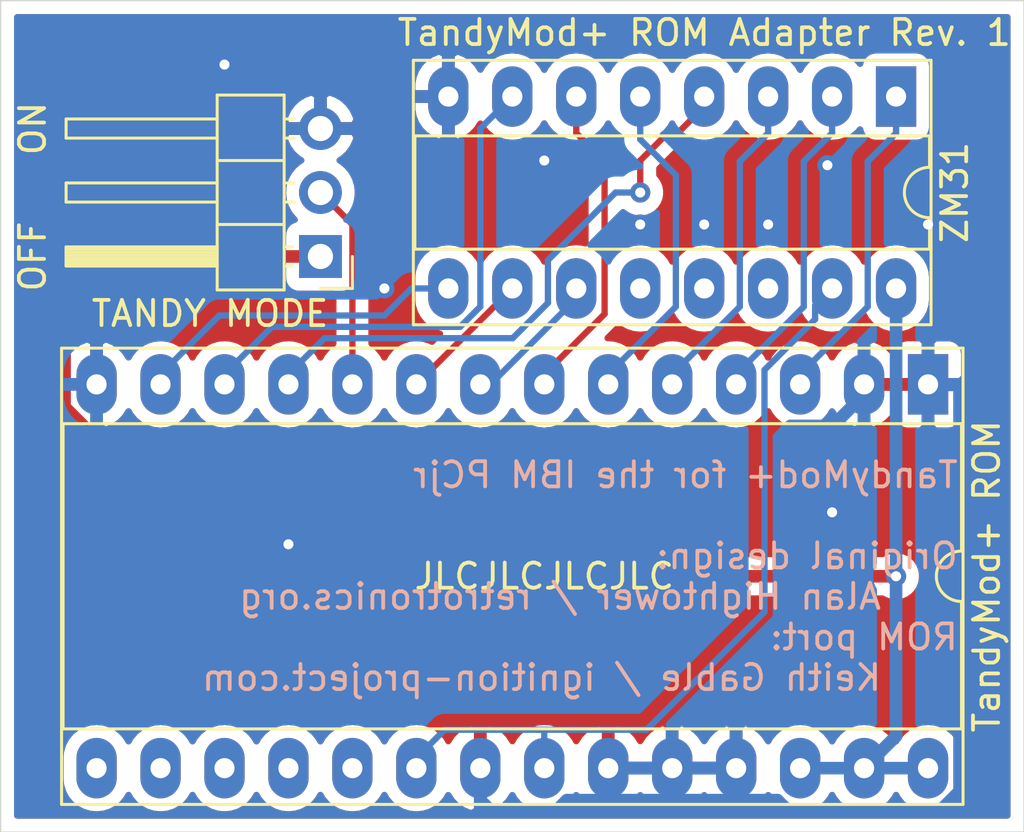
<source format=kicad_pcb>
(kicad_pcb (version 20171130) (host pcbnew "(5.1.2)-1")

  (general
    (thickness 1.6)
    (drawings 10)
    (tracks 135)
    (zones 0)
    (modules 3)
    (nets 23)
  )

  (page A4)
  (layers
    (0 F.Cu signal)
    (31 B.Cu signal)
    (32 B.Adhes user)
    (33 F.Adhes user)
    (34 B.Paste user)
    (35 F.Paste user)
    (36 B.SilkS user)
    (37 F.SilkS user)
    (38 B.Mask user)
    (39 F.Mask user)
    (40 Dwgs.User user)
    (41 Cmts.User user)
    (42 Eco1.User user)
    (43 Eco2.User user)
    (44 Edge.Cuts user)
    (45 Margin user)
    (46 B.CrtYd user)
    (47 F.CrtYd user)
    (48 B.Fab user)
    (49 F.Fab user)
  )

  (setup
    (last_trace_width 0.25)
    (trace_clearance 0.2)
    (zone_clearance 0.508)
    (zone_45_only no)
    (trace_min 0.2)
    (via_size 0.8)
    (via_drill 0.4)
    (via_min_size 0.4)
    (via_min_drill 0.3)
    (uvia_size 0.3)
    (uvia_drill 0.1)
    (uvias_allowed no)
    (uvia_min_size 0.2)
    (uvia_min_drill 0.1)
    (edge_width 0.05)
    (segment_width 0.2)
    (pcb_text_width 0.3)
    (pcb_text_size 1.5 1.5)
    (mod_edge_width 0.12)
    (mod_text_size 1 1)
    (mod_text_width 0.15)
    (pad_size 1.524 1.524)
    (pad_drill 0.762)
    (pad_to_mask_clearance 0.051)
    (solder_mask_min_width 0.25)
    (aux_axis_origin 0 0)
    (visible_elements 7FFFFFFF)
    (pcbplotparams
      (layerselection 0x010f0_ffffffff)
      (usegerberextensions true)
      (usegerberattributes false)
      (usegerberadvancedattributes false)
      (creategerberjobfile false)
      (excludeedgelayer true)
      (linewidth 0.100000)
      (plotframeref false)
      (viasonmask false)
      (mode 1)
      (useauxorigin false)
      (hpglpennumber 1)
      (hpglpenspeed 20)
      (hpglpendiameter 15.000000)
      (psnegative false)
      (psa4output false)
      (plotreference true)
      (plotvalue true)
      (plotinvisibletext false)
      (padsonsilk false)
      (subtractmaskfromsilk false)
      (outputformat 1)
      (mirror false)
      (drillshape 0)
      (scaleselection 1)
      (outputdirectory ""))
  )

  (net 0 "")
  (net 1 "Net-(U1-Pad14)")
  (net 2 "Net-(U1-Pad13)")
  (net 3 "Net-(U1-Pad12)")
  (net 4 "Net-(U2-Pad19)")
  (net 5 "Net-(U2-Pad18)")
  (net 6 "Net-(U2-Pad17)")
  (net 7 "Net-(U2-Pad16)")
  (net 8 "Net-(U2-Pad15)")
  (net 9 /GND)
  (net 10 /VCC)
  (net 11 /~TANDY)
  (net 12 /~ENABLE)
  (net 13 /OUT15)
  (net 14 /XA15)
  (net 15 /PG1)
  (net 16 /OUT14)
  (net 17 /PG2)
  (net 18 /XA14)
  (net 19 /XA16)
  (net 20 /PG0)
  (net 21 /OUT16)
  (net 22 /SEL)

  (net_class Default "This is the default net class."
    (clearance 0.2)
    (trace_width 0.25)
    (via_dia 0.8)
    (via_drill 0.4)
    (uvia_dia 0.3)
    (uvia_drill 0.1)
    (add_net /OUT14)
    (add_net /OUT15)
    (add_net /OUT16)
    (add_net /PG0)
    (add_net /PG1)
    (add_net /PG2)
    (add_net /SEL)
    (add_net /XA14)
    (add_net /XA15)
    (add_net /XA16)
    (add_net /~ENABLE)
    (add_net /~TANDY)
    (add_net "Net-(U1-Pad12)")
    (add_net "Net-(U1-Pad13)")
    (add_net "Net-(U1-Pad14)")
    (add_net "Net-(U2-Pad15)")
    (add_net "Net-(U2-Pad16)")
    (add_net "Net-(U2-Pad17)")
    (add_net "Net-(U2-Pad18)")
    (add_net "Net-(U2-Pad19)")
  )

  (net_class Power ""
    (clearance 0.2)
    (trace_width 0.5)
    (via_dia 0.8)
    (via_drill 0.4)
    (uvia_dia 0.3)
    (uvia_drill 0.1)
    (add_net /GND)
    (add_net /VCC)
  )

  (module Package_DIP:DIP-28_W15.24mm_Socket_LongPads (layer F.Cu) (tedit 5A02E8C5) (tstamp 5DA41E15)
    (at 50.8 27.94 270)
    (descr "28-lead though-hole mounted DIP package, row spacing 15.24 mm (600 mils), Socket, LongPads")
    (tags "THT DIP DIL PDIP 2.54mm 15.24mm 600mil Socket LongPads")
    (path /5DA41534)
    (fp_text reference "TandyMod+ ROM" (at 7.62 -2.33 90) (layer F.SilkS)
      (effects (font (size 1 1) (thickness 0.15)))
    )
    (fp_text value "ROM Socket" (at 7.62 35.35 90) (layer F.Fab)
      (effects (font (size 1 1) (thickness 0.15)))
    )
    (fp_text user %R (at 7.62 16.51 90) (layer F.Fab)
      (effects (font (size 1 1) (thickness 0.15)))
    )
    (fp_line (start 16.8 -1.6) (end -1.55 -1.6) (layer F.CrtYd) (width 0.05))
    (fp_line (start 16.8 34.65) (end 16.8 -1.6) (layer F.CrtYd) (width 0.05))
    (fp_line (start -1.55 34.65) (end 16.8 34.65) (layer F.CrtYd) (width 0.05))
    (fp_line (start -1.55 -1.6) (end -1.55 34.65) (layer F.CrtYd) (width 0.05))
    (fp_line (start 16.68 -1.39) (end -1.44 -1.39) (layer F.SilkS) (width 0.12))
    (fp_line (start 16.68 34.41) (end 16.68 -1.39) (layer F.SilkS) (width 0.12))
    (fp_line (start -1.44 34.41) (end 16.68 34.41) (layer F.SilkS) (width 0.12))
    (fp_line (start -1.44 -1.39) (end -1.44 34.41) (layer F.SilkS) (width 0.12))
    (fp_line (start 13.68 -1.33) (end 8.62 -1.33) (layer F.SilkS) (width 0.12))
    (fp_line (start 13.68 34.35) (end 13.68 -1.33) (layer F.SilkS) (width 0.12))
    (fp_line (start 1.56 34.35) (end 13.68 34.35) (layer F.SilkS) (width 0.12))
    (fp_line (start 1.56 -1.33) (end 1.56 34.35) (layer F.SilkS) (width 0.12))
    (fp_line (start 6.62 -1.33) (end 1.56 -1.33) (layer F.SilkS) (width 0.12))
    (fp_line (start 16.51 -1.33) (end -1.27 -1.33) (layer F.Fab) (width 0.1))
    (fp_line (start 16.51 34.35) (end 16.51 -1.33) (layer F.Fab) (width 0.1))
    (fp_line (start -1.27 34.35) (end 16.51 34.35) (layer F.Fab) (width 0.1))
    (fp_line (start -1.27 -1.33) (end -1.27 34.35) (layer F.Fab) (width 0.1))
    (fp_line (start 0.255 -0.27) (end 1.255 -1.27) (layer F.Fab) (width 0.1))
    (fp_line (start 0.255 34.29) (end 0.255 -0.27) (layer F.Fab) (width 0.1))
    (fp_line (start 14.985 34.29) (end 0.255 34.29) (layer F.Fab) (width 0.1))
    (fp_line (start 14.985 -1.27) (end 14.985 34.29) (layer F.Fab) (width 0.1))
    (fp_line (start 1.255 -1.27) (end 14.985 -1.27) (layer F.Fab) (width 0.1))
    (fp_arc (start 7.62 -1.33) (end 6.62 -1.33) (angle -180) (layer F.SilkS) (width 0.12))
    (pad 28 thru_hole oval (at 15.24 0 270) (size 2.4 1.6) (drill 0.8) (layers *.Cu *.Mask)
      (net 10 /VCC))
    (pad 14 thru_hole oval (at 0 33.02 270) (size 2.4 1.6) (drill 0.8) (layers *.Cu *.Mask)
      (net 9 /GND))
    (pad 27 thru_hole oval (at 15.24 2.54 270) (size 2.4 1.6) (drill 0.8) (layers *.Cu *.Mask)
      (net 10 /VCC))
    (pad 13 thru_hole oval (at 0 30.48 270) (size 2.4 1.6) (drill 0.8) (layers *.Cu *.Mask)
      (net 21 /OUT16))
    (pad 26 thru_hole oval (at 15.24 5.08 270) (size 2.4 1.6) (drill 0.8) (layers *.Cu *.Mask)
      (net 10 /VCC))
    (pad 12 thru_hole oval (at 0 27.94 270) (size 2.4 1.6) (drill 0.8) (layers *.Cu *.Mask)
      (net 13 /OUT15))
    (pad 25 thru_hole oval (at 15.24 7.62 270) (size 2.4 1.6) (drill 0.8) (layers *.Cu *.Mask)
      (net 9 /GND))
    (pad 11 thru_hole oval (at 0 25.4 270) (size 2.4 1.6) (drill 0.8) (layers *.Cu *.Mask)
      (net 16 /OUT14))
    (pad 24 thru_hole oval (at 15.24 10.16 270) (size 2.4 1.6) (drill 0.8) (layers *.Cu *.Mask)
      (net 9 /GND))
    (pad 10 thru_hole oval (at 0 22.86 270) (size 2.4 1.6) (drill 0.8) (layers *.Cu *.Mask)
      (net 11 /~TANDY))
    (pad 23 thru_hole oval (at 15.24 12.7 270) (size 2.4 1.6) (drill 0.8) (layers *.Cu *.Mask)
      (net 9 /GND))
    (pad 9 thru_hole oval (at 0 20.32 270) (size 2.4 1.6) (drill 0.8) (layers *.Cu *.Mask)
      (net 19 /XA16))
    (pad 22 thru_hole oval (at 15.24 15.24 270) (size 2.4 1.6) (drill 0.8) (layers *.Cu *.Mask)
      (net 12 /~ENABLE))
    (pad 8 thru_hole oval (at 0 17.78 270) (size 2.4 1.6) (drill 0.8) (layers *.Cu *.Mask)
      (net 17 /PG2))
    (pad 21 thru_hole oval (at 15.24 17.78 270) (size 2.4 1.6) (drill 0.8) (layers *.Cu *.Mask)
      (net 9 /GND))
    (pad 7 thru_hole oval (at 0 15.24 270) (size 2.4 1.6) (drill 0.8) (layers *.Cu *.Mask)
      (net 14 /XA15))
    (pad 20 thru_hole oval (at 15.24 20.32 270) (size 2.4 1.6) (drill 0.8) (layers *.Cu *.Mask)
      (net 12 /~ENABLE))
    (pad 6 thru_hole oval (at 0 12.7 270) (size 2.4 1.6) (drill 0.8) (layers *.Cu *.Mask)
      (net 15 /PG1))
    (pad 19 thru_hole oval (at 15.24 22.86 270) (size 2.4 1.6) (drill 0.8) (layers *.Cu *.Mask)
      (net 4 "Net-(U2-Pad19)"))
    (pad 5 thru_hole oval (at 0 10.16 270) (size 2.4 1.6) (drill 0.8) (layers *.Cu *.Mask)
      (net 18 /XA14))
    (pad 18 thru_hole oval (at 15.24 25.4 270) (size 2.4 1.6) (drill 0.8) (layers *.Cu *.Mask)
      (net 5 "Net-(U2-Pad18)"))
    (pad 4 thru_hole oval (at 0 7.62 270) (size 2.4 1.6) (drill 0.8) (layers *.Cu *.Mask)
      (net 20 /PG0))
    (pad 17 thru_hole oval (at 15.24 27.94 270) (size 2.4 1.6) (drill 0.8) (layers *.Cu *.Mask)
      (net 6 "Net-(U2-Pad17)"))
    (pad 3 thru_hole oval (at 0 5.08 270) (size 2.4 1.6) (drill 0.8) (layers *.Cu *.Mask)
      (net 22 /SEL))
    (pad 16 thru_hole oval (at 15.24 30.48 270) (size 2.4 1.6) (drill 0.8) (layers *.Cu *.Mask)
      (net 7 "Net-(U2-Pad16)"))
    (pad 2 thru_hole oval (at 0 2.54 270) (size 2.4 1.6) (drill 0.8) (layers *.Cu *.Mask)
      (net 9 /GND))
    (pad 15 thru_hole oval (at 15.24 33.02 270) (size 2.4 1.6) (drill 0.8) (layers *.Cu *.Mask)
      (net 8 "Net-(U2-Pad15)"))
    (pad 1 thru_hole rect (at 0 0 270) (size 2.4 1.6) (drill 0.8) (layers *.Cu *.Mask)
      (net 9 /GND))
    (model ${KISYS3DMOD}/Package_DIP.3dshapes/DIP-28_W15.24mm_Socket.wrl
      (at (xyz 0 0 0))
      (scale (xyz 1 1 1))
      (rotate (xyz 0 0 0))
    )
  )

  (module Package_DIP:DIP-16_W7.62mm_Socket_LongPads (layer F.Cu) (tedit 5A02E8C5) (tstamp 5DA41DDD)
    (at 49.53 16.51 270)
    (descr "16-lead though-hole mounted DIP package, row spacing 7.62 mm (300 mils), Socket, LongPads")
    (tags "THT DIP DIL PDIP 2.54mm 7.62mm 300mil Socket LongPads")
    (path /5DA3C72D)
    (fp_text reference ZM31 (at 3.81 -2.33 90) (layer F.SilkS)
      (effects (font (size 1 1) (thickness 0.15)))
    )
    (fp_text value "ZM31 Socket" (at 3.81 20.11 90) (layer F.Fab)
      (effects (font (size 1 1) (thickness 0.15)))
    )
    (fp_text user %R (at 3.81 8.89 90) (layer F.Fab)
      (effects (font (size 1 1) (thickness 0.15)))
    )
    (fp_line (start 9.15 -1.6) (end -1.55 -1.6) (layer F.CrtYd) (width 0.05))
    (fp_line (start 9.15 19.4) (end 9.15 -1.6) (layer F.CrtYd) (width 0.05))
    (fp_line (start -1.55 19.4) (end 9.15 19.4) (layer F.CrtYd) (width 0.05))
    (fp_line (start -1.55 -1.6) (end -1.55 19.4) (layer F.CrtYd) (width 0.05))
    (fp_line (start 9.06 -1.39) (end -1.44 -1.39) (layer F.SilkS) (width 0.12))
    (fp_line (start 9.06 19.17) (end 9.06 -1.39) (layer F.SilkS) (width 0.12))
    (fp_line (start -1.44 19.17) (end 9.06 19.17) (layer F.SilkS) (width 0.12))
    (fp_line (start -1.44 -1.39) (end -1.44 19.17) (layer F.SilkS) (width 0.12))
    (fp_line (start 6.06 -1.33) (end 4.81 -1.33) (layer F.SilkS) (width 0.12))
    (fp_line (start 6.06 19.11) (end 6.06 -1.33) (layer F.SilkS) (width 0.12))
    (fp_line (start 1.56 19.11) (end 6.06 19.11) (layer F.SilkS) (width 0.12))
    (fp_line (start 1.56 -1.33) (end 1.56 19.11) (layer F.SilkS) (width 0.12))
    (fp_line (start 2.81 -1.33) (end 1.56 -1.33) (layer F.SilkS) (width 0.12))
    (fp_line (start 8.89 -1.33) (end -1.27 -1.33) (layer F.Fab) (width 0.1))
    (fp_line (start 8.89 19.11) (end 8.89 -1.33) (layer F.Fab) (width 0.1))
    (fp_line (start -1.27 19.11) (end 8.89 19.11) (layer F.Fab) (width 0.1))
    (fp_line (start -1.27 -1.33) (end -1.27 19.11) (layer F.Fab) (width 0.1))
    (fp_line (start 0.635 -0.27) (end 1.635 -1.27) (layer F.Fab) (width 0.1))
    (fp_line (start 0.635 19.05) (end 0.635 -0.27) (layer F.Fab) (width 0.1))
    (fp_line (start 6.985 19.05) (end 0.635 19.05) (layer F.Fab) (width 0.1))
    (fp_line (start 6.985 -1.27) (end 6.985 19.05) (layer F.Fab) (width 0.1))
    (fp_line (start 1.635 -1.27) (end 6.985 -1.27) (layer F.Fab) (width 0.1))
    (fp_arc (start 3.81 -1.33) (end 2.81 -1.33) (angle -180) (layer F.SilkS) (width 0.12))
    (pad 16 thru_hole oval (at 7.62 0 270) (size 2.4 1.6) (drill 0.8) (layers *.Cu *.Mask)
      (net 10 /VCC))
    (pad 8 thru_hole oval (at 0 17.78 270) (size 2.4 1.6) (drill 0.8) (layers *.Cu *.Mask)
      (net 9 /GND))
    (pad 15 thru_hole oval (at 7.62 2.54 270) (size 2.4 1.6) (drill 0.8) (layers *.Cu *.Mask)
      (net 12 /~ENABLE))
    (pad 7 thru_hole oval (at 0 15.24 270) (size 2.4 1.6) (drill 0.8) (layers *.Cu *.Mask)
      (net 13 /OUT15))
    (pad 14 thru_hole oval (at 7.62 5.08 270) (size 2.4 1.6) (drill 0.8) (layers *.Cu *.Mask)
      (net 1 "Net-(U1-Pad14)"))
    (pad 6 thru_hole oval (at 0 12.7 270) (size 2.4 1.6) (drill 0.8) (layers *.Cu *.Mask)
      (net 14 /XA15))
    (pad 13 thru_hole oval (at 7.62 7.62 270) (size 2.4 1.6) (drill 0.8) (layers *.Cu *.Mask)
      (net 2 "Net-(U1-Pad13)"))
    (pad 5 thru_hole oval (at 0 10.16 270) (size 2.4 1.6) (drill 0.8) (layers *.Cu *.Mask)
      (net 15 /PG1))
    (pad 12 thru_hole oval (at 7.62 10.16 270) (size 2.4 1.6) (drill 0.8) (layers *.Cu *.Mask)
      (net 3 "Net-(U1-Pad12)"))
    (pad 4 thru_hole oval (at 0 7.62 270) (size 2.4 1.6) (drill 0.8) (layers *.Cu *.Mask)
      (net 16 /OUT14))
    (pad 11 thru_hole oval (at 7.62 12.7 270) (size 2.4 1.6) (drill 0.8) (layers *.Cu *.Mask)
      (net 17 /PG2))
    (pad 3 thru_hole oval (at 0 5.08 270) (size 2.4 1.6) (drill 0.8) (layers *.Cu *.Mask)
      (net 18 /XA14))
    (pad 10 thru_hole oval (at 7.62 15.24 270) (size 2.4 1.6) (drill 0.8) (layers *.Cu *.Mask)
      (net 19 /XA16))
    (pad 2 thru_hole oval (at 0 2.54 270) (size 2.4 1.6) (drill 0.8) (layers *.Cu *.Mask)
      (net 20 /PG0))
    (pad 9 thru_hole oval (at 7.62 17.78 270) (size 2.4 1.6) (drill 0.8) (layers *.Cu *.Mask)
      (net 21 /OUT16))
    (pad 1 thru_hole rect (at 0 0 270) (size 2.4 1.6) (drill 0.8) (layers *.Cu *.Mask)
      (net 22 /SEL))
    (model ${KISYS3DMOD}/Package_DIP.3dshapes/DIP-16_W7.62mm_Socket.wrl
      (at (xyz 0 0 0))
      (scale (xyz 1 1 1))
      (rotate (xyz 0 0 0))
    )
  )

  (module Connector_PinHeader_2.54mm:PinHeader_1x03_P2.54mm_Horizontal (layer F.Cu) (tedit 59FED5CB) (tstamp 5DA41DB1)
    (at 26.67 22.86 180)
    (descr "Through hole angled pin header, 1x03, 2.54mm pitch, 6mm pin length, single row")
    (tags "Through hole angled pin header THT 1x03 2.54mm single row")
    (path /5DA3F8BC)
    (fp_text reference "TANDY MODE" (at 4.385 -2.27) (layer F.SilkS)
      (effects (font (size 1 1) (thickness 0.15)))
    )
    (fp_text value SW_DPDT_x2 (at 4.385 7.35) (layer F.Fab)
      (effects (font (size 1 1) (thickness 0.15)))
    )
    (fp_text user %R (at 2.77 2.54 90) (layer F.Fab)
      (effects (font (size 1 1) (thickness 0.15)))
    )
    (fp_line (start 10.55 -1.8) (end -1.8 -1.8) (layer F.CrtYd) (width 0.05))
    (fp_line (start 10.55 6.85) (end 10.55 -1.8) (layer F.CrtYd) (width 0.05))
    (fp_line (start -1.8 6.85) (end 10.55 6.85) (layer F.CrtYd) (width 0.05))
    (fp_line (start -1.8 -1.8) (end -1.8 6.85) (layer F.CrtYd) (width 0.05))
    (fp_line (start -1.27 -1.27) (end 0 -1.27) (layer F.SilkS) (width 0.12))
    (fp_line (start -1.27 0) (end -1.27 -1.27) (layer F.SilkS) (width 0.12))
    (fp_line (start 1.042929 5.46) (end 1.44 5.46) (layer F.SilkS) (width 0.12))
    (fp_line (start 1.042929 4.7) (end 1.44 4.7) (layer F.SilkS) (width 0.12))
    (fp_line (start 10.1 5.46) (end 4.1 5.46) (layer F.SilkS) (width 0.12))
    (fp_line (start 10.1 4.7) (end 10.1 5.46) (layer F.SilkS) (width 0.12))
    (fp_line (start 4.1 4.7) (end 10.1 4.7) (layer F.SilkS) (width 0.12))
    (fp_line (start 1.44 3.81) (end 4.1 3.81) (layer F.SilkS) (width 0.12))
    (fp_line (start 1.042929 2.92) (end 1.44 2.92) (layer F.SilkS) (width 0.12))
    (fp_line (start 1.042929 2.16) (end 1.44 2.16) (layer F.SilkS) (width 0.12))
    (fp_line (start 10.1 2.92) (end 4.1 2.92) (layer F.SilkS) (width 0.12))
    (fp_line (start 10.1 2.16) (end 10.1 2.92) (layer F.SilkS) (width 0.12))
    (fp_line (start 4.1 2.16) (end 10.1 2.16) (layer F.SilkS) (width 0.12))
    (fp_line (start 1.44 1.27) (end 4.1 1.27) (layer F.SilkS) (width 0.12))
    (fp_line (start 1.11 0.38) (end 1.44 0.38) (layer F.SilkS) (width 0.12))
    (fp_line (start 1.11 -0.38) (end 1.44 -0.38) (layer F.SilkS) (width 0.12))
    (fp_line (start 4.1 0.28) (end 10.1 0.28) (layer F.SilkS) (width 0.12))
    (fp_line (start 4.1 0.16) (end 10.1 0.16) (layer F.SilkS) (width 0.12))
    (fp_line (start 4.1 0.04) (end 10.1 0.04) (layer F.SilkS) (width 0.12))
    (fp_line (start 4.1 -0.08) (end 10.1 -0.08) (layer F.SilkS) (width 0.12))
    (fp_line (start 4.1 -0.2) (end 10.1 -0.2) (layer F.SilkS) (width 0.12))
    (fp_line (start 4.1 -0.32) (end 10.1 -0.32) (layer F.SilkS) (width 0.12))
    (fp_line (start 10.1 0.38) (end 4.1 0.38) (layer F.SilkS) (width 0.12))
    (fp_line (start 10.1 -0.38) (end 10.1 0.38) (layer F.SilkS) (width 0.12))
    (fp_line (start 4.1 -0.38) (end 10.1 -0.38) (layer F.SilkS) (width 0.12))
    (fp_line (start 4.1 -1.33) (end 1.44 -1.33) (layer F.SilkS) (width 0.12))
    (fp_line (start 4.1 6.41) (end 4.1 -1.33) (layer F.SilkS) (width 0.12))
    (fp_line (start 1.44 6.41) (end 4.1 6.41) (layer F.SilkS) (width 0.12))
    (fp_line (start 1.44 -1.33) (end 1.44 6.41) (layer F.SilkS) (width 0.12))
    (fp_line (start 4.04 5.4) (end 10.04 5.4) (layer F.Fab) (width 0.1))
    (fp_line (start 10.04 4.76) (end 10.04 5.4) (layer F.Fab) (width 0.1))
    (fp_line (start 4.04 4.76) (end 10.04 4.76) (layer F.Fab) (width 0.1))
    (fp_line (start -0.32 5.4) (end 1.5 5.4) (layer F.Fab) (width 0.1))
    (fp_line (start -0.32 4.76) (end -0.32 5.4) (layer F.Fab) (width 0.1))
    (fp_line (start -0.32 4.76) (end 1.5 4.76) (layer F.Fab) (width 0.1))
    (fp_line (start 4.04 2.86) (end 10.04 2.86) (layer F.Fab) (width 0.1))
    (fp_line (start 10.04 2.22) (end 10.04 2.86) (layer F.Fab) (width 0.1))
    (fp_line (start 4.04 2.22) (end 10.04 2.22) (layer F.Fab) (width 0.1))
    (fp_line (start -0.32 2.86) (end 1.5 2.86) (layer F.Fab) (width 0.1))
    (fp_line (start -0.32 2.22) (end -0.32 2.86) (layer F.Fab) (width 0.1))
    (fp_line (start -0.32 2.22) (end 1.5 2.22) (layer F.Fab) (width 0.1))
    (fp_line (start 4.04 0.32) (end 10.04 0.32) (layer F.Fab) (width 0.1))
    (fp_line (start 10.04 -0.32) (end 10.04 0.32) (layer F.Fab) (width 0.1))
    (fp_line (start 4.04 -0.32) (end 10.04 -0.32) (layer F.Fab) (width 0.1))
    (fp_line (start -0.32 0.32) (end 1.5 0.32) (layer F.Fab) (width 0.1))
    (fp_line (start -0.32 -0.32) (end -0.32 0.32) (layer F.Fab) (width 0.1))
    (fp_line (start -0.32 -0.32) (end 1.5 -0.32) (layer F.Fab) (width 0.1))
    (fp_line (start 1.5 -0.635) (end 2.135 -1.27) (layer F.Fab) (width 0.1))
    (fp_line (start 1.5 6.35) (end 1.5 -0.635) (layer F.Fab) (width 0.1))
    (fp_line (start 4.04 6.35) (end 1.5 6.35) (layer F.Fab) (width 0.1))
    (fp_line (start 4.04 -1.27) (end 4.04 6.35) (layer F.Fab) (width 0.1))
    (fp_line (start 2.135 -1.27) (end 4.04 -1.27) (layer F.Fab) (width 0.1))
    (pad 3 thru_hole oval (at 0 5.08 180) (size 1.7 1.7) (drill 1) (layers *.Cu *.Mask)
      (net 9 /GND))
    (pad 2 thru_hole oval (at 0 2.54 180) (size 1.7 1.7) (drill 1) (layers *.Cu *.Mask)
      (net 11 /~TANDY))
    (pad 1 thru_hole rect (at 0 0 180) (size 1.7 1.7) (drill 1) (layers *.Cu *.Mask)
      (net 10 /VCC))
    (model ${KISYS3DMOD}/Connector_PinHeader_2.54mm.3dshapes/PinHeader_1x03_P2.54mm_Horizontal.wrl
      (at (xyz 0 0 0))
      (scale (xyz 1 1 1))
      (rotate (xyz 0 0 0))
    )
  )

  (gr_text JLCJLCJLCJLC (at 35.56 35.56) (layer F.SilkS)
    (effects (font (size 1 1) (thickness 0.15)))
  )
  (gr_text "TandyMod+ ROM Adapter Rev. 1" (at 41.91 13.97) (layer F.SilkS)
    (effects (font (size 1 1) (thickness 0.15)))
  )
  (gr_text "TandyMod+ for the IBM PCjr\n\nOriginal design:\n    Alan Hightower / retrotronics.org\nROM port:\n    Keith Gable / ignition-project.com" (at 52.07 35.56) (layer B.SilkS)
    (effects (font (size 1 1) (thickness 0.15)) (justify left mirror))
  )
  (gr_text ON (at 15.24 17.78 90) (layer F.SilkS)
    (effects (font (size 1 1) (thickness 0.15)))
  )
  (gr_text OFF (at 15.24 22.86 90) (layer F.SilkS)
    (effects (font (size 1 1) (thickness 0.15)))
  )
  (gr_line (start 54.61 45.72) (end 13.97 45.72) (layer Edge.Cuts) (width 0.05))
  (gr_line (start 54.61 12.7) (end 54.61 45.72) (layer Edge.Cuts) (width 0.05))
  (gr_line (start 53.34 12.7) (end 54.61 12.7) (layer Edge.Cuts) (width 0.05))
  (gr_line (start 13.97 12.7) (end 53.34 12.7) (layer Edge.Cuts) (width 0.05))
  (gr_line (start 13.97 45.72) (end 13.97 12.7) (layer Edge.Cuts) (width 0.05))

  (segment (start 27.94 27.54) (end 27.94 27.94) (width 0.25) (layer B.Cu) (net 11))
  (segment (start 27.94 21.59) (end 26.67 20.32) (width 0.25) (layer F.Cu) (net 11))
  (segment (start 27.94 27.94) (end 27.94 21.59) (width 0.25) (layer F.Cu) (net 11))
  (segment (start 46.99 24.13) (end 46.99 24.53) (width 0.25) (layer B.Cu) (net 12))
  (segment (start 44.30501 27.363986) (end 44.30501 34.03499) (width 0.25) (layer B.Cu) (net 12))
  (segment (start 46.315 25.353996) (end 44.30501 27.363986) (width 0.25) (layer B.Cu) (net 12))
  (segment (start 46.315 24.805) (end 46.315 25.353996) (width 0.25) (layer B.Cu) (net 12))
  (segment (start 46.99 24.13) (end 46.315 24.805) (width 0.25) (layer B.Cu) (net 12))
  (segment (start 30.48 42.78) (end 30.48 43.18) (width 0.25) (layer B.Cu) (net 12))
  (segment (start 31.60501 41.65499) (end 30.48 42.78) (width 0.25) (layer B.Cu) (net 12))
  (segment (start 34.43499 41.65499) (end 31.60501 41.65499) (width 0.25) (layer B.Cu) (net 12))
  (segment (start 44.30501 34.03499) (end 44.30501 36.97499) (width 0.25) (layer B.Cu) (net 12))
  (segment (start 35.56 42.78) (end 35.56 43.18) (width 0.25) (layer B.Cu) (net 12))
  (segment (start 39.62501 41.65499) (end 36.68501 41.65499) (width 0.25) (layer B.Cu) (net 12))
  (segment (start 44.30501 36.97499) (end 39.62501 41.65499) (width 0.25) (layer B.Cu) (net 12))
  (segment (start 35.48499 41.65499) (end 35.30499 41.65499) (width 0.25) (layer B.Cu) (net 12))
  (segment (start 35.56 41.73) (end 35.48499 41.65499) (width 0.25) (layer B.Cu) (net 12))
  (segment (start 35.56 43.18) (end 35.56 41.73) (width 0.25) (layer B.Cu) (net 12))
  (segment (start 36.68501 41.65499) (end 35.30499 41.65499) (width 0.25) (layer B.Cu) (net 12))
  (segment (start 35.30499 41.65499) (end 34.43499 41.65499) (width 0.25) (layer B.Cu) (net 12))
  (segment (start 22.86 27.54) (end 22.86 27.94) (width 0.25) (layer B.Cu) (net 13))
  (segment (start 24.74499 25.65501) (end 22.86 27.54) (width 0.25) (layer B.Cu) (net 13))
  (segment (start 32.215994 25.65501) (end 24.74499 25.65501) (width 0.25) (layer B.Cu) (net 13))
  (segment (start 33.02 24.851004) (end 32.215994 25.65501) (width 0.25) (layer B.Cu) (net 13))
  (segment (start 33.02 17.78) (end 33.02 24.851004) (width 0.25) (layer B.Cu) (net 13))
  (segment (start 34.29 16.51) (end 33.02 17.78) (width 0.25) (layer B.Cu) (net 13))
  (segment (start 36.83 17.96) (end 36.83 16.51) (width 0.25) (layer F.Cu) (net 14))
  (segment (start 37.95501 19.08501) (end 36.83 17.96) (width 0.25) (layer F.Cu) (net 14))
  (segment (start 37.95501 25.14499) (end 37.95501 19.08501) (width 0.25) (layer F.Cu) (net 14))
  (segment (start 35.56 27.54) (end 37.95501 25.14499) (width 0.25) (layer F.Cu) (net 14))
  (segment (start 35.56 27.94) (end 35.56 27.54) (width 0.25) (layer F.Cu) (net 14))
  (segment (start 39.37 16.11) (end 39.37 16.51) (width 0.25) (layer B.Cu) (net 15))
  (segment (start 40.78499 24.85501) (end 40.78499 19.626014) (width 0.25) (layer B.Cu) (net 15))
  (segment (start 38.1 27.54) (end 40.78499 24.85501) (width 0.25) (layer B.Cu) (net 15))
  (segment (start 38.1 27.94) (end 38.1 27.54) (width 0.25) (layer B.Cu) (net 15))
  (segment (start 39.37 18.211024) (end 39.37 16.51) (width 0.25) (layer B.Cu) (net 15))
  (segment (start 40.78499 19.626014) (end 39.37 18.211024) (width 0.25) (layer B.Cu) (net 15))
  (segment (start 41.91 16.91) (end 41.91 16.51) (width 0.25) (layer B.Cu) (net 16))
  (segment (start 41.91 16.11) (end 41.91 16.51) (width 0.25) (layer B.Cu) (net 16))
  (via (at 39.37 20.32) (size 0.8) (drill 0.4) (layers F.Cu B.Cu) (net 16) (tstamp 5DA7AAF7))
  (segment (start 41.91 16.91) (end 41.91 16.51) (width 0.25) (layer F.Cu) (net 16))
  (segment (start 40.86 17.96) (end 41.91 16.91) (width 0.25) (layer F.Cu) (net 16))
  (segment (start 40.46 17.96) (end 40.86 17.96) (width 0.25) (layer F.Cu) (net 16))
  (segment (start 39.37 19.05) (end 40.46 17.96) (width 0.25) (layer F.Cu) (net 16))
  (segment (start 39.37 20.32) (end 39.37 19.05) (width 0.25) (layer F.Cu) (net 16))
  (segment (start 25.4 27.54) (end 25.4 27.94) (width 0.25) (layer B.Cu) (net 16))
  (segment (start 35.70499 24.706014) (end 34.305985 26.105019) (width 0.25) (layer B.Cu) (net 16))
  (segment (start 34.305985 26.105019) (end 26.834981 26.105019) (width 0.25) (layer B.Cu) (net 16))
  (segment (start 26.834981 26.105019) (end 25.4 27.54) (width 0.25) (layer B.Cu) (net 16))
  (segment (start 38.38998 20.32) (end 35.70499 23.00499) (width 0.25) (layer B.Cu) (net 16))
  (segment (start 39.37 20.32) (end 38.38998 20.32) (width 0.25) (layer B.Cu) (net 16))
  (segment (start 35.70499 23.00499) (end 35.70499 24.706014) (width 0.25) (layer B.Cu) (net 16))
  (segment (start 36.83 24.53) (end 36.83 24.13) (width 0.25) (layer B.Cu) (net 17))
  (segment (start 33.42 27.94) (end 36.83 24.53) (width 0.25) (layer B.Cu) (net 17))
  (segment (start 33.02 27.94) (end 33.42 27.94) (width 0.25) (layer B.Cu) (net 17))
  (segment (start 44.45 17.96) (end 44.45 16.51) (width 0.25) (layer B.Cu) (net 18))
  (segment (start 43.32499 19.08501) (end 44.45 17.96) (width 0.25) (layer B.Cu) (net 18))
  (segment (start 43.32499 24.85501) (end 43.32499 19.08501) (width 0.25) (layer B.Cu) (net 18))
  (segment (start 40.64 27.54) (end 43.32499 24.85501) (width 0.25) (layer B.Cu) (net 18))
  (segment (start 40.64 27.94) (end 40.64 27.54) (width 0.25) (layer B.Cu) (net 18))
  (segment (start 30.48 27.94) (end 34.29 24.13) (width 0.25) (layer F.Cu) (net 19))
  (segment (start 46.99 17.96) (end 46.99 16.51) (width 0.25) (layer B.Cu) (net 20))
  (segment (start 45.86499 19.08501) (end 46.99 17.96) (width 0.25) (layer B.Cu) (net 20))
  (segment (start 45.86499 24.85501) (end 45.86499 19.08501) (width 0.25) (layer B.Cu) (net 20))
  (segment (start 43.18 27.54) (end 45.86499 24.85501) (width 0.25) (layer B.Cu) (net 20))
  (segment (start 43.18 27.94) (end 43.18 27.54) (width 0.25) (layer B.Cu) (net 20))
  (segment (start 20.32 27.94) (end 20.32 26.924998) (width 0.25) (layer B.Cu) (net 21))
  (segment (start 20.32 27.54) (end 20.32 27.94) (width 0.25) (layer B.Cu) (net 21))
  (segment (start 22.655 25.205) (end 20.32 27.54) (width 0.25) (layer B.Cu) (net 21))
  (segment (start 29.208002 25.205) (end 22.655 25.205) (width 0.25) (layer B.Cu) (net 21))
  (segment (start 30.283002 24.13) (end 29.208002 25.205) (width 0.25) (layer B.Cu) (net 21))
  (segment (start 31.75 24.13) (end 30.283002 24.13) (width 0.25) (layer B.Cu) (net 21))
  (segment (start 45.72 27.54) (end 48.40499 24.85501) (width 0.25) (layer B.Cu) (net 22))
  (segment (start 45.72 27.94) (end 45.72 27.54) (width 0.25) (layer B.Cu) (net 22))
  (segment (start 49.53 17.96) (end 49.53 16.51) (width 0.25) (layer B.Cu) (net 22))
  (segment (start 48.40499 19.08501) (end 49.53 17.96) (width 0.25) (layer B.Cu) (net 22))
  (segment (start 48.40499 24.85501) (end 48.40499 19.08501) (width 0.25) (layer B.Cu) (net 22))
  (via (at 29.21 24.13) (size 0.8) (drill 0.4) (layers F.Cu B.Cu) (net 9))
  (via (at 39.37 21.59) (size 0.8) (drill 0.4) (layers F.Cu B.Cu) (net 9))
  (via (at 44.45 21.59) (size 0.8) (drill 0.4) (layers F.Cu B.Cu) (net 9))
  (segment (start 43.18 43.18) (end 40.64 43.18) (width 0.5) (layer B.Cu) (net 9))
  (segment (start 40.64 43.18) (end 38.1 43.18) (width 0.5) (layer B.Cu) (net 9))
  (segment (start 26.24 17.78) (end 26.67 17.78) (width 0.5) (layer B.Cu) (net 9))
  (segment (start 31.75 16.91) (end 31.75 16.51) (width 0.25) (layer F.Cu) (net 9))
  (segment (start 48.26 27.94) (end 48.26 27.54) (width 0.25) (layer F.Cu) (net 9))
  (segment (start 50.8 27.94) (end 48.26 27.94) (width 0.5) (layer F.Cu) (net 9))
  (segment (start 50.81999 27.95999) (end 50.8 27.94) (width 0.5) (layer B.Cu) (net 9))
  (segment (start 51.267781 44.88) (end 52.05001 44.097771) (width 0.5) (layer B.Cu) (net 9))
  (segment (start 52.05001 44.097771) (end 52.05001 27.95999) (width 0.5) (layer B.Cu) (net 9))
  (segment (start 52.05001 27.95999) (end 50.81999 27.95999) (width 0.5) (layer B.Cu) (net 9))
  (segment (start 40.64 44.45) (end 43.18 44.45) (width 0.5) (layer B.Cu) (net 9))
  (segment (start 38.1 44.45) (end 40.64 44.45) (width 0.5) (layer B.Cu) (net 9))
  (segment (start 36.457781 44.45) (end 36.027781 44.88) (width 0.5) (layer B.Cu) (net 9))
  (segment (start 38.1 44.45) (end 36.457781 44.45) (width 0.5) (layer B.Cu) (net 9))
  (segment (start 45.252219 44.88) (end 51.267781 44.88) (width 0.5) (layer B.Cu) (net 9))
  (segment (start 44.822219 44.45) (end 45.252219 44.88) (width 0.5) (layer B.Cu) (net 9))
  (segment (start 43.18 44.45) (end 44.822219 44.45) (width 0.5) (layer B.Cu) (net 9))
  (via (at 46.803891 19.236109) (size 0.8) (drill 0.4) (layers F.Cu B.Cu) (net 9))
  (segment (start 40.64 41.48) (end 40.64 43.18) (width 0.5) (layer B.Cu) (net 9))
  (segment (start 48.26 27.94) (end 48.26 28.34) (width 0.5) (layer B.Cu) (net 9))
  (segment (start 48.26 28.34) (end 47.00999 29.59001) (width 0.5) (layer B.Cu) (net 9))
  (segment (start 47.00999 29.59001) (end 45.33999 29.59001) (width 0.5) (layer B.Cu) (net 9))
  (segment (start 45.33999 29.59001) (end 44.88002 30.04998) (width 0.5) (layer B.Cu) (net 9))
  (segment (start 44.88002 30.04998) (end 44.88002 37.23998) (width 0.5) (layer B.Cu) (net 9))
  (segment (start 44.88002 37.23998) (end 40.64 41.48) (width 0.5) (layer B.Cu) (net 9))
  (via (at 25.4 34.29) (size 0.8) (drill 0.4) (layers F.Cu B.Cu) (net 9))
  (via (at 46.99 33.02) (size 0.8) (drill 0.4) (layers F.Cu B.Cu) (net 9))
  (via (at 50.8 21.59) (size 0.8) (drill 0.4) (layers F.Cu B.Cu) (net 9))
  (via (at 22.86 15.24) (size 0.8) (drill 0.4) (layers F.Cu B.Cu) (net 9))
  (via (at 35.56 19.05) (size 0.8) (drill 0.4) (layers F.Cu B.Cu) (net 9))
  (segment (start 38.1 43.18) (end 38.1 44.45) (width 0.5) (layer B.Cu) (net 9))
  (segment (start 40.64 43.18) (end 40.64 44.45) (width 0.5) (layer B.Cu) (net 9))
  (segment (start 43.18 43.18) (end 43.18 44.45) (width 0.5) (layer B.Cu) (net 9))
  (segment (start 45.252219 44.88) (end 36.027781 44.88) (width 0.5) (layer B.Cu) (net 9))
  (segment (start 33.02 44.45) (end 33.02 43.18) (width 0.5) (layer B.Cu) (net 9))
  (segment (start 36.027781 44.88) (end 33.45 44.88) (width 0.5) (layer B.Cu) (net 9))
  (segment (start 33.45 44.88) (end 33.02 44.45) (width 0.5) (layer B.Cu) (net 9))
  (segment (start 48.26 28.34) (end 48.26 27.94) (width 0.5) (layer F.Cu) (net 9))
  (segment (start 17.78 27.94) (end 17.78 28.34) (width 0.5) (layer F.Cu) (net 9))
  (via (at 41.91 21.59) (size 0.8) (drill 0.4) (layers F.Cu B.Cu) (net 9))
  (segment (start 49.53 24.13) (end 49.53 24.53) (width 0.25) (layer B.Cu) (net 10))
  (segment (start 45.72 43.18) (end 48.26 43.18) (width 0.5) (layer B.Cu) (net 10))
  (segment (start 48.26 43.18) (end 50.8 43.18) (width 0.5) (layer B.Cu) (net 10))
  (segment (start 49.53 41.91) (end 48.26 43.18) (width 0.5) (layer B.Cu) (net 10))
  (segment (start 49.53 24.13) (end 49.53 35.56) (width 0.5) (layer B.Cu) (net 10))
  (segment (start 49.53 23.73) (end 49.53 24.13) (width 0.5) (layer F.Cu) (net 10))
  (segment (start 49.53 24.13) (end 49.53 24.53) (width 0.5) (layer F.Cu) (net 10))
  (segment (start 49.53 35.56) (end 49.53 41.91) (width 0.5) (layer B.Cu) (net 10) (tstamp 5DA7A730))
  (via (at 49.53 35.56) (size 0.8) (drill 0.4) (layers F.Cu B.Cu) (net 10))
  (segment (start 16.51 25.965685) (end 16.51 25.4) (width 0.5) (layer F.Cu) (net 10))
  (segment (start 16.51 28.837781) (end 16.51 25.965685) (width 0.5) (layer F.Cu) (net 10))
  (segment (start 23.232219 35.56) (end 16.51 28.837781) (width 0.5) (layer F.Cu) (net 10))
  (segment (start 49.53 35.56) (end 23.232219 35.56) (width 0.5) (layer F.Cu) (net 10))
  (segment (start 19.05 22.86) (end 16.51 25.4) (width 0.5) (layer F.Cu) (net 10))
  (segment (start 26.67 22.86) (end 19.05 22.86) (width 0.5) (layer F.Cu) (net 10))

  (zone (net 9) (net_name /GND) (layer B.Cu) (tstamp 5DB13BF4) (hatch edge 0.508)
    (connect_pads (clearance 0.508))
    (min_thickness 0.254)
    (fill yes (arc_segments 32) (thermal_gap 0.508) (thermal_bridge_width 0.508))
    (polygon
      (pts
        (xy 13.97 12.7) (xy 54.61 12.7) (xy 54.61 45.72) (xy 13.97 45.72)
      )
    )
    (filled_polygon
      (pts
        (xy 53.950001 45.06) (xy 14.63 45.06) (xy 14.63 42.709508) (xy 16.345 42.709508) (xy 16.345 43.650491)
        (xy 16.365764 43.861308) (xy 16.447818 44.131807) (xy 16.581068 44.3811) (xy 16.760392 44.599607) (xy 16.978899 44.778932)
        (xy 17.228192 44.912182) (xy 17.498691 44.994236) (xy 17.78 45.021943) (xy 18.061308 44.994236) (xy 18.331807 44.912182)
        (xy 18.5811 44.778932) (xy 18.799607 44.599608) (xy 18.978932 44.381101) (xy 19.05 44.248142) (xy 19.121068 44.3811)
        (xy 19.300392 44.599607) (xy 19.518899 44.778932) (xy 19.768192 44.912182) (xy 20.038691 44.994236) (xy 20.32 45.021943)
        (xy 20.601308 44.994236) (xy 20.871807 44.912182) (xy 21.1211 44.778932) (xy 21.339607 44.599608) (xy 21.518932 44.381101)
        (xy 21.59 44.248142) (xy 21.661068 44.3811) (xy 21.840392 44.599607) (xy 22.058899 44.778932) (xy 22.308192 44.912182)
        (xy 22.578691 44.994236) (xy 22.86 45.021943) (xy 23.141308 44.994236) (xy 23.411807 44.912182) (xy 23.6611 44.778932)
        (xy 23.879607 44.599608) (xy 24.058932 44.381101) (xy 24.13 44.248142) (xy 24.201068 44.3811) (xy 24.380392 44.599607)
        (xy 24.598899 44.778932) (xy 24.848192 44.912182) (xy 25.118691 44.994236) (xy 25.4 45.021943) (xy 25.681308 44.994236)
        (xy 25.951807 44.912182) (xy 26.2011 44.778932) (xy 26.419607 44.599608) (xy 26.598932 44.381101) (xy 26.67 44.248142)
        (xy 26.741068 44.3811) (xy 26.920392 44.599607) (xy 27.138899 44.778932) (xy 27.388192 44.912182) (xy 27.658691 44.994236)
        (xy 27.94 45.021943) (xy 28.221308 44.994236) (xy 28.491807 44.912182) (xy 28.7411 44.778932) (xy 28.959607 44.599608)
        (xy 29.138932 44.381101) (xy 29.21 44.248142) (xy 29.281068 44.3811) (xy 29.460392 44.599607) (xy 29.678899 44.778932)
        (xy 29.928192 44.912182) (xy 30.198691 44.994236) (xy 30.48 45.021943) (xy 30.761308 44.994236) (xy 31.031807 44.912182)
        (xy 31.2811 44.778932) (xy 31.499607 44.599608) (xy 31.678932 44.381101) (xy 31.747265 44.253259) (xy 31.897399 44.482839)
        (xy 32.095105 44.6845) (xy 32.328354 44.843715) (xy 32.588182 44.954367) (xy 32.670961 44.971904) (xy 32.893 44.849915)
        (xy 32.893 43.307) (xy 32.873 43.307) (xy 32.873 43.053) (xy 32.893 43.053) (xy 32.893 43.033)
        (xy 33.147 43.033) (xy 33.147 43.053) (xy 33.167 43.053) (xy 33.167 43.307) (xy 33.147 43.307)
        (xy 33.147 44.849915) (xy 33.369039 44.971904) (xy 33.451818 44.954367) (xy 33.711646 44.843715) (xy 33.944895 44.6845)
        (xy 34.142601 44.482839) (xy 34.292735 44.253258) (xy 34.361068 44.3811) (xy 34.540392 44.599607) (xy 34.758899 44.778932)
        (xy 35.008192 44.912182) (xy 35.278691 44.994236) (xy 35.56 45.021943) (xy 35.841308 44.994236) (xy 36.111807 44.912182)
        (xy 36.3611 44.778932) (xy 36.579607 44.599608) (xy 36.758932 44.381101) (xy 36.827265 44.253259) (xy 36.977399 44.482839)
        (xy 37.175105 44.6845) (xy 37.408354 44.843715) (xy 37.668182 44.954367) (xy 37.750961 44.971904) (xy 37.973 44.849915)
        (xy 37.973 43.307) (xy 38.227 43.307) (xy 38.227 44.849915) (xy 38.449039 44.971904) (xy 38.531818 44.954367)
        (xy 38.791646 44.843715) (xy 39.024895 44.6845) (xy 39.222601 44.482839) (xy 39.37 44.257441) (xy 39.517399 44.482839)
        (xy 39.715105 44.6845) (xy 39.948354 44.843715) (xy 40.208182 44.954367) (xy 40.290961 44.971904) (xy 40.513 44.849915)
        (xy 40.513 43.307) (xy 40.767 43.307) (xy 40.767 44.849915) (xy 40.989039 44.971904) (xy 41.071818 44.954367)
        (xy 41.331646 44.843715) (xy 41.564895 44.6845) (xy 41.762601 44.482839) (xy 41.91 44.257441) (xy 42.057399 44.482839)
        (xy 42.255105 44.6845) (xy 42.488354 44.843715) (xy 42.748182 44.954367) (xy 42.830961 44.971904) (xy 43.053 44.849915)
        (xy 43.053 43.307) (xy 40.767 43.307) (xy 40.513 43.307) (xy 38.227 43.307) (xy 37.973 43.307)
        (xy 37.953 43.307) (xy 37.953 43.053) (xy 37.973 43.053) (xy 37.973 43.033) (xy 38.227 43.033)
        (xy 38.227 43.053) (xy 40.513 43.053) (xy 40.513 43.033) (xy 40.767 43.033) (xy 40.767 43.053)
        (xy 43.053 43.053) (xy 43.053 41.510085) (xy 42.830961 41.388096) (xy 42.748182 41.405633) (xy 42.488354 41.516285)
        (xy 42.255105 41.6755) (xy 42.057399 41.877161) (xy 41.91 42.102559) (xy 41.762601 41.877161) (xy 41.564895 41.6755)
        (xy 41.331646 41.516285) (xy 41.071818 41.405633) (xy 40.989039 41.388096) (xy 40.939474 41.415327) (xy 44.816018 37.538785)
        (xy 44.845011 37.514991) (xy 44.868805 37.485998) (xy 44.868809 37.485994) (xy 44.939983 37.399267) (xy 44.939984 37.399266)
        (xy 45.010556 37.267237) (xy 45.054013 37.123976) (xy 45.06501 37.012323) (xy 45.06501 37.012314) (xy 45.068686 36.974991)
        (xy 45.06501 36.937668) (xy 45.06501 29.61703) (xy 45.168192 29.672182) (xy 45.438691 29.754236) (xy 45.72 29.781943)
        (xy 46.001308 29.754236) (xy 46.271807 29.672182) (xy 46.5211 29.538932) (xy 46.739607 29.359608) (xy 46.918932 29.141101)
        (xy 46.987265 29.013259) (xy 47.137399 29.242839) (xy 47.335105 29.4445) (xy 47.568354 29.603715) (xy 47.828182 29.714367)
        (xy 47.910961 29.731904) (xy 48.133 29.609915) (xy 48.133 28.067) (xy 48.113 28.067) (xy 48.113 27.813)
        (xy 48.133 27.813) (xy 48.133 26.270085) (xy 48.088929 26.245872) (xy 48.645 25.689802) (xy 48.645 26.155714)
        (xy 48.609039 26.148096) (xy 48.387 26.270085) (xy 48.387 27.813) (xy 48.407 27.813) (xy 48.407 28.067)
        (xy 48.387 28.067) (xy 48.387 29.609915) (xy 48.609039 29.731904) (xy 48.645 29.724285) (xy 48.645001 35.021544)
        (xy 48.612795 35.069744) (xy 48.534774 35.258102) (xy 48.495 35.458061) (xy 48.495 35.661939) (xy 48.534774 35.861898)
        (xy 48.612795 36.050256) (xy 48.645 36.098454) (xy 48.645001 41.397218) (xy 48.541309 41.365764) (xy 48.26 41.338057)
        (xy 47.978692 41.365764) (xy 47.708193 41.447818) (xy 47.4589 41.581068) (xy 47.240393 41.760392) (xy 47.061068 41.978899)
        (xy 46.99 42.111858) (xy 46.918932 41.978899) (xy 46.739608 41.760392) (xy 46.521101 41.581068) (xy 46.271808 41.447818)
        (xy 46.001309 41.365764) (xy 45.72 41.338057) (xy 45.438692 41.365764) (xy 45.168193 41.447818) (xy 44.9189 41.581068)
        (xy 44.700393 41.760392) (xy 44.521068 41.978899) (xy 44.452735 42.106741) (xy 44.302601 41.877161) (xy 44.104895 41.6755)
        (xy 43.871646 41.516285) (xy 43.611818 41.405633) (xy 43.529039 41.388096) (xy 43.307 41.510085) (xy 43.307 43.053)
        (xy 43.327 43.053) (xy 43.327 43.307) (xy 43.307 43.307) (xy 43.307 44.849915) (xy 43.529039 44.971904)
        (xy 43.611818 44.954367) (xy 43.871646 44.843715) (xy 44.104895 44.6845) (xy 44.302601 44.482839) (xy 44.452735 44.253258)
        (xy 44.521068 44.3811) (xy 44.700392 44.599607) (xy 44.918899 44.778932) (xy 45.168192 44.912182) (xy 45.438691 44.994236)
        (xy 45.72 45.021943) (xy 46.001308 44.994236) (xy 46.271807 44.912182) (xy 46.5211 44.778932) (xy 46.739607 44.599608)
        (xy 46.918932 44.381101) (xy 46.99 44.248142) (xy 47.061068 44.3811) (xy 47.240392 44.599607) (xy 47.458899 44.778932)
        (xy 47.708192 44.912182) (xy 47.978691 44.994236) (xy 48.26 45.021943) (xy 48.541308 44.994236) (xy 48.811807 44.912182)
        (xy 49.0611 44.778932) (xy 49.279607 44.599608) (xy 49.458932 44.381101) (xy 49.53 44.248142) (xy 49.601068 44.3811)
        (xy 49.780392 44.599607) (xy 49.998899 44.778932) (xy 50.248192 44.912182) (xy 50.518691 44.994236) (xy 50.8 45.021943)
        (xy 51.081308 44.994236) (xy 51.351807 44.912182) (xy 51.6011 44.778932) (xy 51.819607 44.599608) (xy 51.998932 44.381101)
        (xy 52.132182 44.131808) (xy 52.214236 43.861309) (xy 52.235 43.650492) (xy 52.235 42.709509) (xy 52.214236 42.498691)
        (xy 52.132182 42.228192) (xy 51.998932 41.978899) (xy 51.819608 41.760392) (xy 51.601101 41.581068) (xy 51.351808 41.447818)
        (xy 51.081309 41.365764) (xy 50.8 41.338057) (xy 50.518692 41.365764) (xy 50.415 41.397218) (xy 50.415 36.098454)
        (xy 50.447205 36.050256) (xy 50.525226 35.861898) (xy 50.565 35.661939) (xy 50.565 35.458061) (xy 50.525226 35.258102)
        (xy 50.447205 35.069744) (xy 50.415 35.021546) (xy 50.415 29.775593) (xy 50.51425 29.775) (xy 50.673 29.61625)
        (xy 50.673 28.067) (xy 50.927 28.067) (xy 50.927 29.61625) (xy 51.08575 29.775) (xy 51.6 29.778072)
        (xy 51.724482 29.765812) (xy 51.84418 29.729502) (xy 51.954494 29.670537) (xy 52.051185 29.591185) (xy 52.130537 29.494494)
        (xy 52.189502 29.38418) (xy 52.225812 29.264482) (xy 52.238072 29.14) (xy 52.235 28.22575) (xy 52.07625 28.067)
        (xy 50.927 28.067) (xy 50.673 28.067) (xy 50.653 28.067) (xy 50.653 27.813) (xy 50.673 27.813)
        (xy 50.673 26.26375) (xy 50.927 26.26375) (xy 50.927 27.813) (xy 52.07625 27.813) (xy 52.235 27.65425)
        (xy 52.238072 26.74) (xy 52.225812 26.615518) (xy 52.189502 26.49582) (xy 52.130537 26.385506) (xy 52.051185 26.288815)
        (xy 51.954494 26.209463) (xy 51.84418 26.150498) (xy 51.724482 26.114188) (xy 51.6 26.101928) (xy 51.08575 26.105)
        (xy 50.927 26.26375) (xy 50.673 26.26375) (xy 50.51425 26.105) (xy 50.415 26.104407) (xy 50.415 25.660077)
        (xy 50.549607 25.549608) (xy 50.728932 25.331101) (xy 50.862182 25.081808) (xy 50.944236 24.811309) (xy 50.965 24.600492)
        (xy 50.965 23.659509) (xy 50.944236 23.448691) (xy 50.862182 23.178192) (xy 50.728932 22.928899) (xy 50.549608 22.710392)
        (xy 50.331101 22.531068) (xy 50.081808 22.397818) (xy 49.811309 22.315764) (xy 49.53 22.288057) (xy 49.248692 22.315764)
        (xy 49.16499 22.341154) (xy 49.16499 19.399811) (xy 50.041009 18.523794) (xy 50.070001 18.500001) (xy 50.093795 18.471008)
        (xy 50.093799 18.471004) (xy 50.164973 18.384277) (xy 50.164974 18.384276) (xy 50.184326 18.348072) (xy 50.33 18.348072)
        (xy 50.454482 18.335812) (xy 50.57418 18.299502) (xy 50.684494 18.240537) (xy 50.781185 18.161185) (xy 50.860537 18.064494)
        (xy 50.919502 17.95418) (xy 50.955812 17.834482) (xy 50.968072 17.71) (xy 50.968072 15.31) (xy 50.955812 15.185518)
        (xy 50.919502 15.06582) (xy 50.860537 14.955506) (xy 50.781185 14.858815) (xy 50.684494 14.779463) (xy 50.57418 14.720498)
        (xy 50.454482 14.684188) (xy 50.33 14.671928) (xy 48.73 14.671928) (xy 48.605518 14.684188) (xy 48.48582 14.720498)
        (xy 48.375506 14.779463) (xy 48.278815 14.858815) (xy 48.199463 14.955506) (xy 48.140498 15.06582) (xy 48.104188 15.185518)
        (xy 48.102419 15.203482) (xy 48.009608 15.090392) (xy 47.791101 14.911068) (xy 47.541808 14.777818) (xy 47.271309 14.695764)
        (xy 46.99 14.668057) (xy 46.708692 14.695764) (xy 46.438193 14.777818) (xy 46.1889 14.911068) (xy 45.970393 15.090392)
        (xy 45.791068 15.308899) (xy 45.72 15.441858) (xy 45.648932 15.308899) (xy 45.469608 15.090392) (xy 45.251101 14.911068)
        (xy 45.001808 14.777818) (xy 44.731309 14.695764) (xy 44.45 14.668057) (xy 44.168692 14.695764) (xy 43.898193 14.777818)
        (xy 43.6489 14.911068) (xy 43.430393 15.090392) (xy 43.251068 15.308899) (xy 43.18 15.441858) (xy 43.108932 15.308899)
        (xy 42.929608 15.090392) (xy 42.711101 14.911068) (xy 42.461808 14.777818) (xy 42.191309 14.695764) (xy 41.91 14.668057)
        (xy 41.628692 14.695764) (xy 41.358193 14.777818) (xy 41.1089 14.911068) (xy 40.890393 15.090392) (xy 40.711068 15.308899)
        (xy 40.64 15.441858) (xy 40.568932 15.308899) (xy 40.389608 15.090392) (xy 40.171101 14.911068) (xy 39.921808 14.777818)
        (xy 39.651309 14.695764) (xy 39.37 14.668057) (xy 39.088692 14.695764) (xy 38.818193 14.777818) (xy 38.5689 14.911068)
        (xy 38.350393 15.090392) (xy 38.171068 15.308899) (xy 38.1 15.441858) (xy 38.028932 15.308899) (xy 37.849608 15.090392)
        (xy 37.631101 14.911068) (xy 37.381808 14.777818) (xy 37.111309 14.695764) (xy 36.83 14.668057) (xy 36.548692 14.695764)
        (xy 36.278193 14.777818) (xy 36.0289 14.911068) (xy 35.810393 15.090392) (xy 35.631068 15.308899) (xy 35.56 15.441858)
        (xy 35.488932 15.308899) (xy 35.309608 15.090392) (xy 35.091101 14.911068) (xy 34.841808 14.777818) (xy 34.571309 14.695764)
        (xy 34.29 14.668057) (xy 34.008692 14.695764) (xy 33.738193 14.777818) (xy 33.4889 14.911068) (xy 33.270393 15.090392)
        (xy 33.091068 15.308899) (xy 33.022735 15.436741) (xy 32.872601 15.207161) (xy 32.674895 15.0055) (xy 32.441646 14.846285)
        (xy 32.181818 14.735633) (xy 32.099039 14.718096) (xy 31.877 14.840085) (xy 31.877 16.383) (xy 31.897 16.383)
        (xy 31.897 16.637) (xy 31.877 16.637) (xy 31.877 18.179915) (xy 32.099039 18.301904) (xy 32.181818 18.284367)
        (xy 32.26 18.251072) (xy 32.260001 22.385136) (xy 32.031309 22.315764) (xy 31.75 22.288057) (xy 31.468692 22.315764)
        (xy 31.198193 22.397818) (xy 30.9489 22.531068) (xy 30.730393 22.710392) (xy 30.551068 22.928899) (xy 30.417818 23.178192)
        (xy 30.359634 23.37) (xy 30.320335 23.37) (xy 30.283002 23.366323) (xy 30.245669 23.37) (xy 30.134016 23.380997)
        (xy 29.990755 23.424454) (xy 29.858726 23.495026) (xy 29.743001 23.589999) (xy 29.719203 23.618997) (xy 28.893201 24.445)
        (xy 22.692325 24.445) (xy 22.655 24.441324) (xy 22.617675 24.445) (xy 22.617667 24.445) (xy 22.506014 24.455997)
        (xy 22.362753 24.499454) (xy 22.230724 24.570026) (xy 22.114999 24.664999) (xy 22.091201 24.693997) (xy 20.645906 26.139292)
        (xy 20.601309 26.125764) (xy 20.32 26.098057) (xy 20.038692 26.125764) (xy 19.768193 26.207818) (xy 19.5189 26.341068)
        (xy 19.300393 26.520392) (xy 19.121068 26.738899) (xy 19.052735 26.866741) (xy 18.902601 26.637161) (xy 18.704895 26.4355)
        (xy 18.471646 26.276285) (xy 18.211818 26.165633) (xy 18.129039 26.148096) (xy 17.907 26.270085) (xy 17.907 27.813)
        (xy 17.927 27.813) (xy 17.927 28.067) (xy 17.907 28.067) (xy 17.907 29.609915) (xy 18.129039 29.731904)
        (xy 18.211818 29.714367) (xy 18.471646 29.603715) (xy 18.704895 29.4445) (xy 18.902601 29.242839) (xy 19.052735 29.013258)
        (xy 19.121068 29.1411) (xy 19.300392 29.359607) (xy 19.518899 29.538932) (xy 19.768192 29.672182) (xy 20.038691 29.754236)
        (xy 20.32 29.781943) (xy 20.601308 29.754236) (xy 20.871807 29.672182) (xy 21.1211 29.538932) (xy 21.339607 29.359608)
        (xy 21.518932 29.141101) (xy 21.59 29.008142) (xy 21.661068 29.1411) (xy 21.840392 29.359607) (xy 22.058899 29.538932)
        (xy 22.308192 29.672182) (xy 22.578691 29.754236) (xy 22.86 29.781943) (xy 23.141308 29.754236) (xy 23.411807 29.672182)
        (xy 23.6611 29.538932) (xy 23.879607 29.359608) (xy 24.058932 29.141101) (xy 24.13 29.008142) (xy 24.201068 29.1411)
        (xy 24.380392 29.359607) (xy 24.598899 29.538932) (xy 24.848192 29.672182) (xy 25.118691 29.754236) (xy 25.4 29.781943)
        (xy 25.681308 29.754236) (xy 25.951807 29.672182) (xy 26.2011 29.538932) (xy 26.419607 29.359608) (xy 26.598932 29.141101)
        (xy 26.67 29.008142) (xy 26.741068 29.1411) (xy 26.920392 29.359607) (xy 27.138899 29.538932) (xy 27.388192 29.672182)
        (xy 27.658691 29.754236) (xy 27.94 29.781943) (xy 28.221308 29.754236) (xy 28.491807 29.672182) (xy 28.7411 29.538932)
        (xy 28.959607 29.359608) (xy 29.138932 29.141101) (xy 29.21 29.008142) (xy 29.281068 29.1411) (xy 29.460392 29.359607)
        (xy 29.678899 29.538932) (xy 29.928192 29.672182) (xy 30.198691 29.754236) (xy 30.48 29.781943) (xy 30.761308 29.754236)
        (xy 31.031807 29.672182) (xy 31.2811 29.538932) (xy 31.499607 29.359608) (xy 31.678932 29.141101) (xy 31.75 29.008142)
        (xy 31.821068 29.1411) (xy 32.000392 29.359607) (xy 32.218899 29.538932) (xy 32.468192 29.672182) (xy 32.738691 29.754236)
        (xy 33.02 29.781943) (xy 33.301308 29.754236) (xy 33.571807 29.672182) (xy 33.8211 29.538932) (xy 34.039607 29.359608)
        (xy 34.218932 29.141101) (xy 34.29 29.008142) (xy 34.361068 29.1411) (xy 34.540392 29.359607) (xy 34.758899 29.538932)
        (xy 35.008192 29.672182) (xy 35.278691 29.754236) (xy 35.56 29.781943) (xy 35.841308 29.754236) (xy 36.111807 29.672182)
        (xy 36.3611 29.538932) (xy 36.579607 29.359608) (xy 36.758932 29.141101) (xy 36.83 29.008142) (xy 36.901068 29.1411)
        (xy 37.080392 29.359607) (xy 37.298899 29.538932) (xy 37.548192 29.672182) (xy 37.818691 29.754236) (xy 38.1 29.781943)
        (xy 38.381308 29.754236) (xy 38.651807 29.672182) (xy 38.9011 29.538932) (xy 39.119607 29.359608) (xy 39.298932 29.141101)
        (xy 39.37 29.008142) (xy 39.441068 29.1411) (xy 39.620392 29.359607) (xy 39.838899 29.538932) (xy 40.088192 29.672182)
        (xy 40.358691 29.754236) (xy 40.64 29.781943) (xy 40.921308 29.754236) (xy 41.191807 29.672182) (xy 41.4411 29.538932)
        (xy 41.659607 29.359608) (xy 41.838932 29.141101) (xy 41.91 29.008142) (xy 41.981068 29.1411) (xy 42.160392 29.359607)
        (xy 42.378899 29.538932) (xy 42.628192 29.672182) (xy 42.898691 29.754236) (xy 43.18 29.781943) (xy 43.461308 29.754236)
        (xy 43.54501 29.728845) (xy 43.545011 33.997648) (xy 43.54501 33.997658) (xy 43.545011 36.660186) (xy 39.310209 40.89499)
        (xy 35.522312 40.89499) (xy 35.48499 40.891314) (xy 35.447668 40.89499) (xy 31.642332 40.89499) (xy 31.605009 40.891314)
        (xy 31.567686 40.89499) (xy 31.567677 40.89499) (xy 31.456024 40.905987) (xy 31.312763 40.949444) (xy 31.180734 41.020016)
        (xy 31.175326 41.024454) (xy 31.094006 41.091191) (xy 31.094002 41.091195) (xy 31.065009 41.114989) (xy 31.041215 41.143982)
        (xy 30.805905 41.379292) (xy 30.761309 41.365764) (xy 30.48 41.338057) (xy 30.198692 41.365764) (xy 29.928193 41.447818)
        (xy 29.6789 41.581068) (xy 29.460393 41.760392) (xy 29.281068 41.978899) (xy 29.21 42.111858) (xy 29.138932 41.978899)
        (xy 28.959608 41.760392) (xy 28.741101 41.581068) (xy 28.491808 41.447818) (xy 28.221309 41.365764) (xy 27.94 41.338057)
        (xy 27.658692 41.365764) (xy 27.388193 41.447818) (xy 27.1389 41.581068) (xy 26.920393 41.760392) (xy 26.741068 41.978899)
        (xy 26.67 42.111858) (xy 26.598932 41.978899) (xy 26.419608 41.760392) (xy 26.201101 41.581068) (xy 25.951808 41.447818)
        (xy 25.681309 41.365764) (xy 25.4 41.338057) (xy 25.118692 41.365764) (xy 24.848193 41.447818) (xy 24.5989 41.581068)
        (xy 24.380393 41.760392) (xy 24.201068 41.978899) (xy 24.13 42.111858) (xy 24.058932 41.978899) (xy 23.879608 41.760392)
        (xy 23.661101 41.581068) (xy 23.411808 41.447818) (xy 23.141309 41.365764) (xy 22.86 41.338057) (xy 22.578692 41.365764)
        (xy 22.308193 41.447818) (xy 22.0589 41.581068) (xy 21.840393 41.760392) (xy 21.661068 41.978899) (xy 21.59 42.111858)
        (xy 21.518932 41.978899) (xy 21.339608 41.760392) (xy 21.121101 41.581068) (xy 20.871808 41.447818) (xy 20.601309 41.365764)
        (xy 20.32 41.338057) (xy 20.038692 41.365764) (xy 19.768193 41.447818) (xy 19.5189 41.581068) (xy 19.300393 41.760392)
        (xy 19.121068 41.978899) (xy 19.05 42.111858) (xy 18.978932 41.978899) (xy 18.799608 41.760392) (xy 18.581101 41.581068)
        (xy 18.331808 41.447818) (xy 18.061309 41.365764) (xy 17.78 41.338057) (xy 17.498692 41.365764) (xy 17.228193 41.447818)
        (xy 16.9789 41.581068) (xy 16.760393 41.760392) (xy 16.581068 41.978899) (xy 16.447818 42.228192) (xy 16.365764 42.498691)
        (xy 16.345 42.709508) (xy 14.63 42.709508) (xy 14.63 28.067) (xy 16.345 28.067) (xy 16.345 28.467)
        (xy 16.39735 28.744514) (xy 16.502834 29.006483) (xy 16.657399 29.242839) (xy 16.855105 29.4445) (xy 17.088354 29.603715)
        (xy 17.348182 29.714367) (xy 17.430961 29.731904) (xy 17.653 29.609915) (xy 17.653 28.067) (xy 16.345 28.067)
        (xy 14.63 28.067) (xy 14.63 27.413) (xy 16.345 27.413) (xy 16.345 27.813) (xy 17.653 27.813)
        (xy 17.653 26.270085) (xy 17.430961 26.148096) (xy 17.348182 26.165633) (xy 17.088354 26.276285) (xy 16.855105 26.4355)
        (xy 16.657399 26.637161) (xy 16.502834 26.873517) (xy 16.39735 27.135486) (xy 16.345 27.413) (xy 14.63 27.413)
        (xy 14.63 20.32) (xy 25.177815 20.32) (xy 25.206487 20.611111) (xy 25.291401 20.891034) (xy 25.429294 21.149014)
        (xy 25.614866 21.375134) (xy 25.644687 21.399607) (xy 25.57582 21.420498) (xy 25.465506 21.479463) (xy 25.368815 21.558815)
        (xy 25.289463 21.655506) (xy 25.230498 21.76582) (xy 25.194188 21.885518) (xy 25.181928 22.01) (xy 25.181928 23.71)
        (xy 25.194188 23.834482) (xy 25.230498 23.95418) (xy 25.289463 24.064494) (xy 25.368815 24.161185) (xy 25.465506 24.240537)
        (xy 25.57582 24.299502) (xy 25.695518 24.335812) (xy 25.82 24.348072) (xy 27.52 24.348072) (xy 27.644482 24.335812)
        (xy 27.76418 24.299502) (xy 27.874494 24.240537) (xy 27.971185 24.161185) (xy 28.050537 24.064494) (xy 28.109502 23.95418)
        (xy 28.145812 23.834482) (xy 28.158072 23.71) (xy 28.158072 22.01) (xy 28.145812 21.885518) (xy 28.109502 21.76582)
        (xy 28.050537 21.655506) (xy 27.971185 21.558815) (xy 27.874494 21.479463) (xy 27.76418 21.420498) (xy 27.695313 21.399607)
        (xy 27.725134 21.375134) (xy 27.910706 21.149014) (xy 28.048599 20.891034) (xy 28.133513 20.611111) (xy 28.162185 20.32)
        (xy 28.133513 20.028889) (xy 28.048599 19.748966) (xy 27.910706 19.490986) (xy 27.725134 19.264866) (xy 27.499014 19.079294)
        (xy 27.434477 19.044799) (xy 27.551355 18.975178) (xy 27.767588 18.780269) (xy 27.941641 18.54692) (xy 28.066825 18.284099)
        (xy 28.111476 18.13689) (xy 27.990155 17.907) (xy 26.797 17.907) (xy 26.797 17.927) (xy 26.543 17.927)
        (xy 26.543 17.907) (xy 25.349845 17.907) (xy 25.228524 18.13689) (xy 25.273175 18.284099) (xy 25.398359 18.54692)
        (xy 25.572412 18.780269) (xy 25.788645 18.975178) (xy 25.905523 19.044799) (xy 25.840986 19.079294) (xy 25.614866 19.264866)
        (xy 25.429294 19.490986) (xy 25.291401 19.748966) (xy 25.206487 20.028889) (xy 25.177815 20.32) (xy 14.63 20.32)
        (xy 14.63 17.42311) (xy 25.228524 17.42311) (xy 25.349845 17.653) (xy 26.543 17.653) (xy 26.543 16.459186)
        (xy 26.797 16.459186) (xy 26.797 17.653) (xy 27.990155 17.653) (xy 28.111476 17.42311) (xy 28.066825 17.275901)
        (xy 27.941641 17.01308) (xy 27.767588 16.779731) (xy 27.609242 16.637) (xy 30.315 16.637) (xy 30.315 17.037)
        (xy 30.36735 17.314514) (xy 30.472834 17.576483) (xy 30.627399 17.812839) (xy 30.825105 18.0145) (xy 31.058354 18.173715)
        (xy 31.318182 18.284367) (xy 31.400961 18.301904) (xy 31.623 18.179915) (xy 31.623 16.637) (xy 30.315 16.637)
        (xy 27.609242 16.637) (xy 27.551355 16.584822) (xy 27.301252 16.435843) (xy 27.026891 16.338519) (xy 26.797 16.459186)
        (xy 26.543 16.459186) (xy 26.313109 16.338519) (xy 26.038748 16.435843) (xy 25.788645 16.584822) (xy 25.572412 16.779731)
        (xy 25.398359 17.01308) (xy 25.273175 17.275901) (xy 25.228524 17.42311) (xy 14.63 17.42311) (xy 14.63 15.983)
        (xy 30.315 15.983) (xy 30.315 16.383) (xy 31.623 16.383) (xy 31.623 14.840085) (xy 31.400961 14.718096)
        (xy 31.318182 14.735633) (xy 31.058354 14.846285) (xy 30.825105 15.0055) (xy 30.627399 15.207161) (xy 30.472834 15.443517)
        (xy 30.36735 15.705486) (xy 30.315 15.983) (xy 14.63 15.983) (xy 14.63 13.36) (xy 53.95 13.36)
      )
    )
    (filled_polygon
      (pts
        (xy 38.710226 21.123937) (xy 38.879744 21.237205) (xy 39.068102 21.315226) (xy 39.268061 21.355) (xy 39.471939 21.355)
        (xy 39.671898 21.315226) (xy 39.860256 21.237205) (xy 40.024991 21.127133) (xy 40.02499 22.45297) (xy 39.921808 22.397818)
        (xy 39.651309 22.315764) (xy 39.37 22.288057) (xy 39.088692 22.315764) (xy 38.818193 22.397818) (xy 38.5689 22.531068)
        (xy 38.350393 22.710392) (xy 38.171068 22.928899) (xy 38.1 23.061858) (xy 38.028932 22.928899) (xy 37.849608 22.710392)
        (xy 37.631101 22.531068) (xy 37.385168 22.399614) (xy 38.685535 21.099246)
      )
    )
    (filled_polygon
      (pts
        (xy 38.171068 17.7111) (xy 38.350392 17.929607) (xy 38.568899 18.108932) (xy 38.61 18.130901) (xy 38.61 18.173701)
        (xy 38.606324 18.211024) (xy 38.61 18.248346) (xy 38.61 18.248356) (xy 38.620997 18.360009) (xy 38.659078 18.485546)
        (xy 38.664454 18.50327) (xy 38.735026 18.6353) (xy 38.759849 18.665546) (xy 38.829999 18.751025) (xy 38.859003 18.774828)
        (xy 39.369175 19.285) (xy 39.268061 19.285) (xy 39.068102 19.324774) (xy 38.879744 19.402795) (xy 38.710226 19.516063)
        (xy 38.666289 19.56) (xy 38.427302 19.56) (xy 38.389979 19.556324) (xy 38.352656 19.56) (xy 38.352647 19.56)
        (xy 38.240994 19.570997) (xy 38.097733 19.614454) (xy 37.965704 19.685026) (xy 37.849979 19.779999) (xy 37.826181 19.808997)
        (xy 35.193993 22.441186) (xy 35.164989 22.464989) (xy 35.11076 22.531068) (xy 35.102848 22.540709) (xy 35.091101 22.531068)
        (xy 34.841808 22.397818) (xy 34.571309 22.315764) (xy 34.29 22.288057) (xy 34.008692 22.315764) (xy 33.78 22.385136)
        (xy 33.78 18.254864) (xy 34.008691 18.324236) (xy 34.29 18.351943) (xy 34.571308 18.324236) (xy 34.841807 18.242182)
        (xy 35.0911 18.108932) (xy 35.309607 17.929608) (xy 35.488932 17.711101) (xy 35.56 17.578142) (xy 35.631068 17.7111)
        (xy 35.810392 17.929607) (xy 36.028899 18.108932) (xy 36.278192 18.242182) (xy 36.548691 18.324236) (xy 36.83 18.351943)
        (xy 37.111308 18.324236) (xy 37.381807 18.242182) (xy 37.6311 18.108932) (xy 37.849607 17.929608) (xy 38.028932 17.711101)
        (xy 38.1 17.578142)
      )
    )
    (filled_polygon
      (pts
        (xy 43.251068 17.7111) (xy 43.419213 17.915985) (xy 42.813988 18.521211) (xy 42.78499 18.545009) (xy 42.761192 18.574007)
        (xy 42.761191 18.574008) (xy 42.690016 18.660734) (xy 42.619444 18.792764) (xy 42.600115 18.856487) (xy 42.575988 18.936024)
        (xy 42.573624 18.960027) (xy 42.561314 19.08501) (xy 42.564991 19.122342) (xy 42.56499 22.45297) (xy 42.461808 22.397818)
        (xy 42.191309 22.315764) (xy 41.91 22.288057) (xy 41.628692 22.315764) (xy 41.54499 22.341154) (xy 41.54499 19.663336)
        (xy 41.548666 19.626013) (xy 41.54499 19.58869) (xy 41.54499 19.588681) (xy 41.533993 19.477028) (xy 41.490536 19.333767)
        (xy 41.430517 19.221481) (xy 41.419964 19.201737) (xy 41.348789 19.115011) (xy 41.324991 19.086013) (xy 41.295993 19.062215)
        (xy 40.265356 18.031578) (xy 40.389607 17.929608) (xy 40.568932 17.711101) (xy 40.64 17.578142) (xy 40.711068 17.7111)
        (xy 40.890392 17.929607) (xy 41.108899 18.108932) (xy 41.358192 18.242182) (xy 41.628691 18.324236) (xy 41.91 18.351943)
        (xy 42.191308 18.324236) (xy 42.461807 18.242182) (xy 42.7111 18.108932) (xy 42.929607 17.929608) (xy 43.108932 17.711101)
        (xy 43.18 17.578142)
      )
    )
    (filled_polygon
      (pts
        (xy 48.104188 17.834482) (xy 48.140498 17.95418) (xy 48.199463 18.064494) (xy 48.267636 18.147563) (xy 47.893988 18.521211)
        (xy 47.86499 18.545009) (xy 47.841192 18.574007) (xy 47.841191 18.574008) (xy 47.770016 18.660734) (xy 47.699444 18.792764)
        (xy 47.680115 18.856487) (xy 47.655988 18.936024) (xy 47.653624 18.960027) (xy 47.641314 19.08501) (xy 47.644991 19.122342)
        (xy 47.64499 22.45297) (xy 47.541808 22.397818) (xy 47.271309 22.315764) (xy 46.99 22.288057) (xy 46.708692 22.315764)
        (xy 46.62499 22.341154) (xy 46.62499 19.399811) (xy 47.501009 18.523794) (xy 47.530001 18.500001) (xy 47.553795 18.471008)
        (xy 47.553799 18.471004) (xy 47.624973 18.384277) (xy 47.624974 18.384276) (xy 47.695546 18.252247) (xy 47.728941 18.142157)
        (xy 47.7911 18.108932) (xy 48.009607 17.929608) (xy 48.102419 17.816517)
      )
    )
    (filled_polygon
      (pts
        (xy 45.791068 17.7111) (xy 45.959213 17.915985) (xy 45.353988 18.521211) (xy 45.32499 18.545009) (xy 45.301192 18.574007)
        (xy 45.301191 18.574008) (xy 45.230016 18.660734) (xy 45.159444 18.792764) (xy 45.140115 18.856487) (xy 45.115988 18.936024)
        (xy 45.113624 18.960027) (xy 45.101314 19.08501) (xy 45.104991 19.122342) (xy 45.10499 22.45297) (xy 45.001808 22.397818)
        (xy 44.731309 22.315764) (xy 44.45 22.288057) (xy 44.168692 22.315764) (xy 44.08499 22.341154) (xy 44.08499 19.399811)
        (xy 44.961009 18.523794) (xy 44.990001 18.500001) (xy 45.013795 18.471008) (xy 45.013799 18.471004) (xy 45.084973 18.384277)
        (xy 45.084974 18.384276) (xy 45.155546 18.252247) (xy 45.188941 18.142157) (xy 45.2511 18.108932) (xy 45.469607 17.929608)
        (xy 45.648932 17.711101) (xy 45.72 17.578142)
      )
    )
  )
  (zone (net 9) (net_name /GND) (layer F.Cu) (tstamp 5DB13BF1) (hatch edge 0.508)
    (connect_pads (clearance 0.508))
    (min_thickness 0.254)
    (fill yes (arc_segments 32) (thermal_gap 0.508) (thermal_bridge_width 0.508))
    (polygon
      (pts
        (xy 13.97 12.7) (xy 54.61 12.7) (xy 54.61 45.72) (xy 13.97 45.72)
      )
    )
    (filled_polygon
      (pts
        (xy 53.950001 45.06) (xy 14.63 45.06) (xy 14.63 42.709508) (xy 16.345 42.709508) (xy 16.345 43.650491)
        (xy 16.365764 43.861308) (xy 16.447818 44.131807) (xy 16.581068 44.3811) (xy 16.760392 44.599607) (xy 16.978899 44.778932)
        (xy 17.228192 44.912182) (xy 17.498691 44.994236) (xy 17.78 45.021943) (xy 18.061308 44.994236) (xy 18.331807 44.912182)
        (xy 18.5811 44.778932) (xy 18.799607 44.599608) (xy 18.978932 44.381101) (xy 19.05 44.248142) (xy 19.121068 44.3811)
        (xy 19.300392 44.599607) (xy 19.518899 44.778932) (xy 19.768192 44.912182) (xy 20.038691 44.994236) (xy 20.32 45.021943)
        (xy 20.601308 44.994236) (xy 20.871807 44.912182) (xy 21.1211 44.778932) (xy 21.339607 44.599608) (xy 21.518932 44.381101)
        (xy 21.59 44.248142) (xy 21.661068 44.3811) (xy 21.840392 44.599607) (xy 22.058899 44.778932) (xy 22.308192 44.912182)
        (xy 22.578691 44.994236) (xy 22.86 45.021943) (xy 23.141308 44.994236) (xy 23.411807 44.912182) (xy 23.6611 44.778932)
        (xy 23.879607 44.599608) (xy 24.058932 44.381101) (xy 24.13 44.248142) (xy 24.201068 44.3811) (xy 24.380392 44.599607)
        (xy 24.598899 44.778932) (xy 24.848192 44.912182) (xy 25.118691 44.994236) (xy 25.4 45.021943) (xy 25.681308 44.994236)
        (xy 25.951807 44.912182) (xy 26.2011 44.778932) (xy 26.419607 44.599608) (xy 26.598932 44.381101) (xy 26.67 44.248142)
        (xy 26.741068 44.3811) (xy 26.920392 44.599607) (xy 27.138899 44.778932) (xy 27.388192 44.912182) (xy 27.658691 44.994236)
        (xy 27.94 45.021943) (xy 28.221308 44.994236) (xy 28.491807 44.912182) (xy 28.7411 44.778932) (xy 28.959607 44.599608)
        (xy 29.138932 44.381101) (xy 29.21 44.248142) (xy 29.281068 44.3811) (xy 29.460392 44.599607) (xy 29.678899 44.778932)
        (xy 29.928192 44.912182) (xy 30.198691 44.994236) (xy 30.48 45.021943) (xy 30.761308 44.994236) (xy 31.031807 44.912182)
        (xy 31.2811 44.778932) (xy 31.499607 44.599608) (xy 31.678932 44.381101) (xy 31.747265 44.253259) (xy 31.897399 44.482839)
        (xy 32.095105 44.6845) (xy 32.328354 44.843715) (xy 32.588182 44.954367) (xy 32.670961 44.971904) (xy 32.893 44.849915)
        (xy 32.893 43.307) (xy 32.873 43.307) (xy 32.873 43.053) (xy 32.893 43.053) (xy 32.893 41.510085)
        (xy 33.147 41.510085) (xy 33.147 43.053) (xy 33.167 43.053) (xy 33.167 43.307) (xy 33.147 43.307)
        (xy 33.147 44.849915) (xy 33.369039 44.971904) (xy 33.451818 44.954367) (xy 33.711646 44.843715) (xy 33.944895 44.6845)
        (xy 34.142601 44.482839) (xy 34.292735 44.253258) (xy 34.361068 44.3811) (xy 34.540392 44.599607) (xy 34.758899 44.778932)
        (xy 35.008192 44.912182) (xy 35.278691 44.994236) (xy 35.56 45.021943) (xy 35.841308 44.994236) (xy 36.111807 44.912182)
        (xy 36.3611 44.778932) (xy 36.579607 44.599608) (xy 36.758932 44.381101) (xy 36.827265 44.253259) (xy 36.977399 44.482839)
        (xy 37.175105 44.6845) (xy 37.408354 44.843715) (xy 37.668182 44.954367) (xy 37.750961 44.971904) (xy 37.973 44.849915)
        (xy 37.973 43.307) (xy 38.227 43.307) (xy 38.227 44.849915) (xy 38.449039 44.971904) (xy 38.531818 44.954367)
        (xy 38.791646 44.843715) (xy 39.024895 44.6845) (xy 39.222601 44.482839) (xy 39.37 44.257441) (xy 39.517399 44.482839)
        (xy 39.715105 44.6845) (xy 39.948354 44.843715) (xy 40.208182 44.954367) (xy 40.290961 44.971904) (xy 40.513 44.849915)
        (xy 40.513 43.307) (xy 40.767 43.307) (xy 40.767 44.849915) (xy 40.989039 44.971904) (xy 41.071818 44.954367)
        (xy 41.331646 44.843715) (xy 41.564895 44.6845) (xy 41.762601 44.482839) (xy 41.91 44.257441) (xy 42.057399 44.482839)
        (xy 42.255105 44.6845) (xy 42.488354 44.843715) (xy 42.748182 44.954367) (xy 42.830961 44.971904) (xy 43.053 44.849915)
        (xy 43.053 43.307) (xy 40.767 43.307) (xy 40.513 43.307) (xy 38.227 43.307) (xy 37.973 43.307)
        (xy 37.953 43.307) (xy 37.953 43.053) (xy 37.973 43.053) (xy 37.973 41.510085) (xy 38.227 41.510085)
        (xy 38.227 43.053) (xy 40.513 43.053) (xy 40.513 41.510085) (xy 40.767 41.510085) (xy 40.767 43.053)
        (xy 43.053 43.053) (xy 43.053 41.510085) (xy 43.307 41.510085) (xy 43.307 43.053) (xy 43.327 43.053)
        (xy 43.327 43.307) (xy 43.307 43.307) (xy 43.307 44.849915) (xy 43.529039 44.971904) (xy 43.611818 44.954367)
        (xy 43.871646 44.843715) (xy 44.104895 44.6845) (xy 44.302601 44.482839) (xy 44.452735 44.253258) (xy 44.521068 44.3811)
        (xy 44.700392 44.599607) (xy 44.918899 44.778932) (xy 45.168192 44.912182) (xy 45.438691 44.994236) (xy 45.72 45.021943)
        (xy 46.001308 44.994236) (xy 46.271807 44.912182) (xy 46.5211 44.778932) (xy 46.739607 44.599608) (xy 46.918932 44.381101)
        (xy 46.99 44.248142) (xy 47.061068 44.3811) (xy 47.240392 44.599607) (xy 47.458899 44.778932) (xy 47.708192 44.912182)
        (xy 47.978691 44.994236) (xy 48.26 45.021943) (xy 48.541308 44.994236) (xy 48.811807 44.912182) (xy 49.0611 44.778932)
        (xy 49.279607 44.599608) (xy 49.458932 44.381101) (xy 49.53 44.248142) (xy 49.601068 44.3811) (xy 49.780392 44.599607)
        (xy 49.998899 44.778932) (xy 50.248192 44.912182) (xy 50.518691 44.994236) (xy 50.8 45.021943) (xy 51.081308 44.994236)
        (xy 51.351807 44.912182) (xy 51.6011 44.778932) (xy 51.819607 44.599608) (xy 51.998932 44.381101) (xy 52.132182 44.131808)
        (xy 52.214236 43.861309) (xy 52.235 43.650492) (xy 52.235 42.709509) (xy 52.214236 42.498691) (xy 52.132182 42.228192)
        (xy 51.998932 41.978899) (xy 51.819608 41.760392) (xy 51.601101 41.581068) (xy 51.351808 41.447818) (xy 51.081309 41.365764)
        (xy 50.8 41.338057) (xy 50.518692 41.365764) (xy 50.248193 41.447818) (xy 49.9989 41.581068) (xy 49.780393 41.760392)
        (xy 49.601068 41.978899) (xy 49.53 42.111858) (xy 49.458932 41.978899) (xy 49.279608 41.760392) (xy 49.061101 41.581068)
        (xy 48.811808 41.447818) (xy 48.541309 41.365764) (xy 48.26 41.338057) (xy 47.978692 41.365764) (xy 47.708193 41.447818)
        (xy 47.4589 41.581068) (xy 47.240393 41.760392) (xy 47.061068 41.978899) (xy 46.99 42.111858) (xy 46.918932 41.978899)
        (xy 46.739608 41.760392) (xy 46.521101 41.581068) (xy 46.271808 41.447818) (xy 46.001309 41.365764) (xy 45.72 41.338057)
        (xy 45.438692 41.365764) (xy 45.168193 41.447818) (xy 44.9189 41.581068) (xy 44.700393 41.760392) (xy 44.521068 41.978899)
        (xy 44.452735 42.106741) (xy 44.302601 41.877161) (xy 44.104895 41.6755) (xy 43.871646 41.516285) (xy 43.611818 41.405633)
        (xy 43.529039 41.388096) (xy 43.307 41.510085) (xy 43.053 41.510085) (xy 42.830961 41.388096) (xy 42.748182 41.405633)
        (xy 42.488354 41.516285) (xy 42.255105 41.6755) (xy 42.057399 41.877161) (xy 41.91 42.102559) (xy 41.762601 41.877161)
        (xy 41.564895 41.6755) (xy 41.331646 41.516285) (xy 41.071818 41.405633) (xy 40.989039 41.388096) (xy 40.767 41.510085)
        (xy 40.513 41.510085) (xy 40.290961 41.388096) (xy 40.208182 41.405633) (xy 39.948354 41.516285) (xy 39.715105 41.6755)
        (xy 39.517399 41.877161) (xy 39.37 42.102559) (xy 39.222601 41.877161) (xy 39.024895 41.6755) (xy 38.791646 41.516285)
        (xy 38.531818 41.405633) (xy 38.449039 41.388096) (xy 38.227 41.510085) (xy 37.973 41.510085) (xy 37.750961 41.388096)
        (xy 37.668182 41.405633) (xy 37.408354 41.516285) (xy 37.175105 41.6755) (xy 36.977399 41.877161) (xy 36.827265 42.106741)
        (xy 36.758932 41.978899) (xy 36.579608 41.760392) (xy 36.361101 41.581068) (xy 36.111808 41.447818) (xy 35.841309 41.365764)
        (xy 35.56 41.338057) (xy 35.278692 41.365764) (xy 35.008193 41.447818) (xy 34.7589 41.581068) (xy 34.540393 41.760392)
        (xy 34.361068 41.978899) (xy 34.292735 42.106741) (xy 34.142601 41.877161) (xy 33.944895 41.6755) (xy 33.711646 41.516285)
        (xy 33.451818 41.405633) (xy 33.369039 41.388096) (xy 33.147 41.510085) (xy 32.893 41.510085) (xy 32.670961 41.388096)
        (xy 32.588182 41.405633) (xy 32.328354 41.516285) (xy 32.095105 41.6755) (xy 31.897399 41.877161) (xy 31.747265 42.106741)
        (xy 31.678932 41.978899) (xy 31.499608 41.760392) (xy 31.281101 41.581068) (xy 31.031808 41.447818) (xy 30.761309 41.365764)
        (xy 30.48 41.338057) (xy 30.198692 41.365764) (xy 29.928193 41.447818) (xy 29.6789 41.581068) (xy 29.460393 41.760392)
        (xy 29.281068 41.978899) (xy 29.21 42.111858) (xy 29.138932 41.978899) (xy 28.959608 41.760392) (xy 28.741101 41.581068)
        (xy 28.491808 41.447818) (xy 28.221309 41.365764) (xy 27.94 41.338057) (xy 27.658692 41.365764) (xy 27.388193 41.447818)
        (xy 27.1389 41.581068) (xy 26.920393 41.760392) (xy 26.741068 41.978899) (xy 26.67 42.111858) (xy 26.598932 41.978899)
        (xy 26.419608 41.760392) (xy 26.201101 41.581068) (xy 25.951808 41.447818) (xy 25.681309 41.365764) (xy 25.4 41.338057)
        (xy 25.118692 41.365764) (xy 24.848193 41.447818) (xy 24.5989 41.581068) (xy 24.380393 41.760392) (xy 24.201068 41.978899)
        (xy 24.13 42.111858) (xy 24.058932 41.978899) (xy 23.879608 41.760392) (xy 23.661101 41.581068) (xy 23.411808 41.447818)
        (xy 23.141309 41.365764) (xy 22.86 41.338057) (xy 22.578692 41.365764) (xy 22.308193 41.447818) (xy 22.0589 41.581068)
        (xy 21.840393 41.760392) (xy 21.661068 41.978899) (xy 21.59 42.111858) (xy 21.518932 41.978899) (xy 21.339608 41.760392)
        (xy 21.121101 41.581068) (xy 20.871808 41.447818) (xy 20.601309 41.365764) (xy 20.32 41.338057) (xy 20.038692 41.365764)
        (xy 19.768193 41.447818) (xy 19.5189 41.581068) (xy 19.300393 41.760392) (xy 19.121068 41.978899) (xy 19.05 42.111858)
        (xy 18.978932 41.978899) (xy 18.799608 41.760392) (xy 18.581101 41.581068) (xy 18.331808 41.447818) (xy 18.061309 41.365764)
        (xy 17.78 41.338057) (xy 17.498692 41.365764) (xy 17.228193 41.447818) (xy 16.9789 41.581068) (xy 16.760393 41.760392)
        (xy 16.581068 41.978899) (xy 16.447818 42.228192) (xy 16.365764 42.498691) (xy 16.345 42.709508) (xy 14.63 42.709508)
        (xy 14.63 25.4) (xy 15.620719 25.4) (xy 15.625 25.443469) (xy 15.625 26.009161) (xy 15.625001 26.009171)
        (xy 15.625 28.794312) (xy 15.620719 28.837781) (xy 15.625 28.88125) (xy 15.625 28.881257) (xy 15.636212 28.995095)
        (xy 15.637334 29.006483) (xy 15.637805 29.01127) (xy 15.688411 29.178093) (xy 15.770589 29.331839) (xy 15.881183 29.466598)
        (xy 15.914956 29.494315) (xy 22.575689 36.155049) (xy 22.603402 36.188817) (xy 22.63717 36.21653) (xy 22.637172 36.216532)
        (xy 22.708671 36.27521) (xy 22.73816 36.299411) (xy 22.891906 36.381589) (xy 23.058729 36.432195) (xy 23.188742 36.445)
        (xy 23.188752 36.445) (xy 23.232218 36.449281) (xy 23.275684 36.445) (xy 48.991546 36.445) (xy 49.039744 36.477205)
        (xy 49.228102 36.555226) (xy 49.428061 36.595) (xy 49.631939 36.595) (xy 49.831898 36.555226) (xy 50.020256 36.477205)
        (xy 50.189774 36.363937) (xy 50.333937 36.219774) (xy 50.447205 36.050256) (xy 50.525226 35.861898) (xy 50.565 35.661939)
        (xy 50.565 35.458061) (xy 50.525226 35.258102) (xy 50.447205 35.069744) (xy 50.333937 34.900226) (xy 50.189774 34.756063)
        (xy 50.020256 34.642795) (xy 49.831898 34.564774) (xy 49.631939 34.525) (xy 49.428061 34.525) (xy 49.228102 34.564774)
        (xy 49.039744 34.642795) (xy 48.991546 34.675) (xy 23.598798 34.675) (xy 18.504848 29.581051) (xy 18.704895 29.4445)
        (xy 18.902601 29.242839) (xy 19.052735 29.013258) (xy 19.121068 29.1411) (xy 19.300392 29.359607) (xy 19.518899 29.538932)
        (xy 19.768192 29.672182) (xy 20.038691 29.754236) (xy 20.32 29.781943) (xy 20.601308 29.754236) (xy 20.871807 29.672182)
        (xy 21.1211 29.538932) (xy 21.339607 29.359608) (xy 21.518932 29.141101) (xy 21.59 29.008142) (xy 21.661068 29.1411)
        (xy 21.840392 29.359607) (xy 22.058899 29.538932) (xy 22.308192 29.672182) (xy 22.578691 29.754236) (xy 22.86 29.781943)
        (xy 23.141308 29.754236) (xy 23.411807 29.672182) (xy 23.6611 29.538932) (xy 23.879607 29.359608) (xy 24.058932 29.141101)
        (xy 24.13 29.008142) (xy 24.201068 29.1411) (xy 24.380392 29.359607) (xy 24.598899 29.538932) (xy 24.848192 29.672182)
        (xy 25.118691 29.754236) (xy 25.4 29.781943) (xy 25.681308 29.754236) (xy 25.951807 29.672182) (xy 26.2011 29.538932)
        (xy 26.419607 29.359608) (xy 26.598932 29.141101) (xy 26.67 29.008142) (xy 26.741068 29.1411) (xy 26.920392 29.359607)
        (xy 27.138899 29.538932) (xy 27.388192 29.672182) (xy 27.658691 29.754236) (xy 27.94 29.781943) (xy 28.221308 29.754236)
        (xy 28.491807 29.672182) (xy 28.7411 29.538932) (xy 28.959607 29.359608) (xy 29.138932 29.141101) (xy 29.21 29.008142)
        (xy 29.281068 29.1411) (xy 29.460392 29.359607) (xy 29.678899 29.538932) (xy 29.928192 29.672182) (xy 30.198691 29.754236)
        (xy 30.48 29.781943) (xy 30.761308 29.754236) (xy 31.031807 29.672182) (xy 31.2811 29.538932) (xy 31.499607 29.359608)
        (xy 31.678932 29.141101) (xy 31.75 29.008142) (xy 31.821068 29.1411) (xy 32.000392 29.359607) (xy 32.218899 29.538932)
        (xy 32.468192 29.672182) (xy 32.738691 29.754236) (xy 33.02 29.781943) (xy 33.301308 29.754236) (xy 33.571807 29.672182)
        (xy 33.8211 29.538932) (xy 34.039607 29.359608) (xy 34.218932 29.141101) (xy 34.29 29.008142) (xy 34.361068 29.1411)
        (xy 34.540392 29.359607) (xy 34.758899 29.538932) (xy 35.008192 29.672182) (xy 35.278691 29.754236) (xy 35.56 29.781943)
        (xy 35.841308 29.754236) (xy 36.111807 29.672182) (xy 36.3611 29.538932) (xy 36.579607 29.359608) (xy 36.758932 29.141101)
        (xy 36.83 29.008142) (xy 36.901068 29.1411) (xy 37.080392 29.359607) (xy 37.298899 29.538932) (xy 37.548192 29.672182)
        (xy 37.818691 29.754236) (xy 38.1 29.781943) (xy 38.381308 29.754236) (xy 38.651807 29.672182) (xy 38.9011 29.538932)
        (xy 39.119607 29.359608) (xy 39.298932 29.141101) (xy 39.37 29.008142) (xy 39.441068 29.1411) (xy 39.620392 29.359607)
        (xy 39.838899 29.538932) (xy 40.088192 29.672182) (xy 40.358691 29.754236) (xy 40.64 29.781943) (xy 40.921308 29.754236)
        (xy 41.191807 29.672182) (xy 41.4411 29.538932) (xy 41.659607 29.359608) (xy 41.838932 29.141101) (xy 41.91 29.008142)
        (xy 41.981068 29.1411) (xy 42.160392 29.359607) (xy 42.378899 29.538932) (xy 42.628192 29.672182) (xy 42.898691 29.754236)
        (xy 43.18 29.781943) (xy 43.461308 29.754236) (xy 43.731807 29.672182) (xy 43.9811 29.538932) (xy 44.199607 29.359608)
        (xy 44.378932 29.141101) (xy 44.45 29.008142) (xy 44.521068 29.1411) (xy 44.700392 29.359607) (xy 44.918899 29.538932)
        (xy 45.168192 29.672182) (xy 45.438691 29.754236) (xy 45.72 29.781943) (xy 46.001308 29.754236) (xy 46.271807 29.672182)
        (xy 46.5211 29.538932) (xy 46.739607 29.359608) (xy 46.918932 29.141101) (xy 46.987265 29.013259) (xy 47.137399 29.242839)
        (xy 47.335105 29.4445) (xy 47.568354 29.603715) (xy 47.828182 29.714367) (xy 47.910961 29.731904) (xy 48.133 29.609915)
        (xy 48.133 28.067) (xy 48.387 28.067) (xy 48.387 29.609915) (xy 48.609039 29.731904) (xy 48.691818 29.714367)
        (xy 48.951646 29.603715) (xy 49.184895 29.4445) (xy 49.373019 29.252613) (xy 49.374188 29.264482) (xy 49.410498 29.38418)
        (xy 49.469463 29.494494) (xy 49.548815 29.591185) (xy 49.645506 29.670537) (xy 49.75582 29.729502) (xy 49.875518 29.765812)
        (xy 50 29.778072) (xy 50.51425 29.775) (xy 50.673 29.61625) (xy 50.673 28.067) (xy 50.927 28.067)
        (xy 50.927 29.61625) (xy 51.08575 29.775) (xy 51.6 29.778072) (xy 51.724482 29.765812) (xy 51.84418 29.729502)
        (xy 51.954494 29.670537) (xy 52.051185 29.591185) (xy 52.130537 29.494494) (xy 52.189502 29.38418) (xy 52.225812 29.264482)
        (xy 52.238072 29.14) (xy 52.235 28.22575) (xy 52.07625 28.067) (xy 50.927 28.067) (xy 50.673 28.067)
        (xy 48.387 28.067) (xy 48.133 28.067) (xy 48.113 28.067) (xy 48.113 27.813) (xy 48.133 27.813)
        (xy 48.133 26.270085) (xy 48.387 26.270085) (xy 48.387 27.813) (xy 50.673 27.813) (xy 50.673 26.26375)
        (xy 50.927 26.26375) (xy 50.927 27.813) (xy 52.07625 27.813) (xy 52.235 27.65425) (xy 52.238072 26.74)
        (xy 52.225812 26.615518) (xy 52.189502 26.49582) (xy 52.130537 26.385506) (xy 52.051185 26.288815) (xy 51.954494 26.209463)
        (xy 51.84418 26.150498) (xy 51.724482 26.114188) (xy 51.6 26.101928) (xy 51.08575 26.105) (xy 50.927 26.26375)
        (xy 50.673 26.26375) (xy 50.51425 26.105) (xy 50 26.101928) (xy 49.875518 26.114188) (xy 49.75582 26.150498)
        (xy 49.645506 26.209463) (xy 49.548815 26.288815) (xy 49.469463 26.385506) (xy 49.410498 26.49582) (xy 49.374188 26.615518)
        (xy 49.373019 26.627387) (xy 49.184895 26.4355) (xy 48.951646 26.276285) (xy 48.691818 26.165633) (xy 48.609039 26.148096)
        (xy 48.387 26.270085) (xy 48.133 26.270085) (xy 47.910961 26.148096) (xy 47.828182 26.165633) (xy 47.568354 26.276285)
        (xy 47.335105 26.4355) (xy 47.137399 26.637161) (xy 46.987265 26.866741) (xy 46.918932 26.738899) (xy 46.739608 26.520392)
        (xy 46.521101 26.341068) (xy 46.271808 26.207818) (xy 46.001309 26.125764) (xy 45.72 26.098057) (xy 45.438692 26.125764)
        (xy 45.168193 26.207818) (xy 44.9189 26.341068) (xy 44.700393 26.520392) (xy 44.521068 26.738899) (xy 44.45 26.871858)
        (xy 44.378932 26.738899) (xy 44.199608 26.520392) (xy 43.981101 26.341068) (xy 43.731808 26.207818) (xy 43.461309 26.125764)
        (xy 43.18 26.098057) (xy 42.898692 26.125764) (xy 42.628193 26.207818) (xy 42.3789 26.341068) (xy 42.160393 26.520392)
        (xy 41.981068 26.738899) (xy 41.91 26.871858) (xy 41.838932 26.738899) (xy 41.659608 26.520392) (xy 41.441101 26.341068)
        (xy 41.191808 26.207818) (xy 40.921309 26.125764) (xy 40.64 26.098057) (xy 40.358692 26.125764) (xy 40.088193 26.207818)
        (xy 39.8389 26.341068) (xy 39.620393 26.520392) (xy 39.441068 26.738899) (xy 39.37 26.871858) (xy 39.298932 26.738899)
        (xy 39.119608 26.520392) (xy 38.901101 26.341068) (xy 38.651808 26.207818) (xy 38.381309 26.125764) (xy 38.1 26.098057)
        (xy 38.074204 26.100598) (xy 38.466014 25.708788) (xy 38.495011 25.684991) (xy 38.503199 25.675013) (xy 38.568899 25.728932)
        (xy 38.818192 25.862182) (xy 39.088691 25.944236) (xy 39.37 25.971943) (xy 39.651308 25.944236) (xy 39.921807 25.862182)
        (xy 40.1711 25.728932) (xy 40.389607 25.549608) (xy 40.568932 25.331101) (xy 40.64 25.198142) (xy 40.711068 25.3311)
        (xy 40.890392 25.549607) (xy 41.108899 25.728932) (xy 41.358192 25.862182) (xy 41.628691 25.944236) (xy 41.91 25.971943)
        (xy 42.191308 25.944236) (xy 42.461807 25.862182) (xy 42.7111 25.728932) (xy 42.929607 25.549608) (xy 43.108932 25.331101)
        (xy 43.18 25.198142) (xy 43.251068 25.3311) (xy 43.430392 25.549607) (xy 43.648899 25.728932) (xy 43.898192 25.862182)
        (xy 44.168691 25.944236) (xy 44.45 25.971943) (xy 44.731308 25.944236) (xy 45.001807 25.862182) (xy 45.2511 25.728932)
        (xy 45.469607 25.549608) (xy 45.648932 25.331101) (xy 45.72 25.198142) (xy 45.791068 25.3311) (xy 45.970392 25.549607)
        (xy 46.188899 25.728932) (xy 46.438192 25.862182) (xy 46.708691 25.944236) (xy 46.99 25.971943) (xy 47.271308 25.944236)
        (xy 47.541807 25.862182) (xy 47.7911 25.728932) (xy 48.009607 25.549608) (xy 48.188932 25.331101) (xy 48.26 25.198142)
        (xy 48.331068 25.3311) (xy 48.510392 25.549607) (xy 48.728899 25.728932) (xy 48.978192 25.862182) (xy 49.248691 25.944236)
        (xy 49.53 25.971943) (xy 49.811308 25.944236) (xy 50.081807 25.862182) (xy 50.3311 25.728932) (xy 50.549607 25.549608)
        (xy 50.728932 25.331101) (xy 50.862182 25.081808) (xy 50.944236 24.811309) (xy 50.965 24.600492) (xy 50.965 23.659509)
        (xy 50.944236 23.448691) (xy 50.862182 23.178192) (xy 50.728932 22.928899) (xy 50.549608 22.710392) (xy 50.331101 22.531068)
        (xy 50.081808 22.397818) (xy 49.811309 22.315764) (xy 49.53 22.288057) (xy 49.248692 22.315764) (xy 48.978193 22.397818)
        (xy 48.7289 22.531068) (xy 48.510393 22.710392) (xy 48.331068 22.928899) (xy 48.26 23.061858) (xy 48.188932 22.928899)
        (xy 48.009608 22.710392) (xy 47.791101 22.531068) (xy 47.541808 22.397818) (xy 47.271309 22.315764) (xy 46.99 22.288057)
        (xy 46.708692 22.315764) (xy 46.438193 22.397818) (xy 46.1889 22.531068) (xy 45.970393 22.710392) (xy 45.791068 22.928899)
        (xy 45.72 23.061858) (xy 45.648932 22.928899) (xy 45.469608 22.710392) (xy 45.251101 22.531068) (xy 45.001808 22.397818)
        (xy 44.731309 22.315764) (xy 44.45 22.288057) (xy 44.168692 22.315764) (xy 43.898193 22.397818) (xy 43.6489 22.531068)
        (xy 43.430393 22.710392) (xy 43.251068 22.928899) (xy 43.18 23.061858) (xy 43.108932 22.928899) (xy 42.929608 22.710392)
        (xy 42.711101 22.531068) (xy 42.461808 22.397818) (xy 42.191309 22.315764) (xy 41.91 22.288057) (xy 41.628692 22.315764)
        (xy 41.358193 22.397818) (xy 41.1089 22.531068) (xy 40.890393 22.710392) (xy 40.711068 22.928899) (xy 40.64 23.061858)
        (xy 40.568932 22.928899) (xy 40.389608 22.710392) (xy 40.171101 22.531068) (xy 39.921808 22.397818) (xy 39.651309 22.315764)
        (xy 39.37 22.288057) (xy 39.088692 22.315764) (xy 38.818193 22.397818) (xy 38.71501 22.452971) (xy 38.71501 21.127134)
        (xy 38.879744 21.237205) (xy 39.068102 21.315226) (xy 39.268061 21.355) (xy 39.471939 21.355) (xy 39.671898 21.315226)
        (xy 39.860256 21.237205) (xy 40.029774 21.123937) (xy 40.173937 20.979774) (xy 40.287205 20.810256) (xy 40.365226 20.621898)
        (xy 40.405 20.421939) (xy 40.405 20.218061) (xy 40.365226 20.018102) (xy 40.287205 19.829744) (xy 40.173937 19.660226)
        (xy 40.13 19.616289) (xy 40.13 19.364801) (xy 40.774802 18.72) (xy 40.822678 18.72) (xy 40.86 18.723676)
        (xy 40.897322 18.72) (xy 40.897333 18.72) (xy 41.008986 18.709003) (xy 41.152247 18.665546) (xy 41.284276 18.594974)
        (xy 41.400001 18.500001) (xy 41.423804 18.470998) (xy 41.584094 18.310708) (xy 41.628691 18.324236) (xy 41.91 18.351943)
        (xy 42.191308 18.324236) (xy 42.461807 18.242182) (xy 42.7111 18.108932) (xy 42.929607 17.929608) (xy 43.108932 17.711101)
        (xy 43.18 17.578142) (xy 43.251068 17.7111) (xy 43.430392 17.929607) (xy 43.648899 18.108932) (xy 43.898192 18.242182)
        (xy 44.168691 18.324236) (xy 44.45 18.351943) (xy 44.731308 18.324236) (xy 45.001807 18.242182) (xy 45.2511 18.108932)
        (xy 45.469607 17.929608) (xy 45.648932 17.711101) (xy 45.72 17.578142) (xy 45.791068 17.7111) (xy 45.970392 17.929607)
        (xy 46.188899 18.108932) (xy 46.438192 18.242182) (xy 46.708691 18.324236) (xy 46.99 18.351943) (xy 47.271308 18.324236)
        (xy 47.541807 18.242182) (xy 47.7911 18.108932) (xy 48.009607 17.929608) (xy 48.102419 17.816517) (xy 48.104188 17.834482)
        (xy 48.140498 17.95418) (xy 48.199463 18.064494) (xy 48.278815 18.161185) (xy 48.375506 18.240537) (xy 48.48582 18.299502)
        (xy 48.605518 18.335812) (xy 48.73 18.348072) (xy 50.33 18.348072) (xy 50.454482 18.335812) (xy 50.57418 18.299502)
        (xy 50.684494 18.240537) (xy 50.781185 18.161185) (xy 50.860537 18.064494) (xy 50.919502 17.95418) (xy 50.955812 17.834482)
        (xy 50.968072 17.71) (xy 50.968072 15.31) (xy 50.955812 15.185518) (xy 50.919502 15.06582) (xy 50.860537 14.955506)
        (xy 50.781185 14.858815) (xy 50.684494 14.779463) (xy 50.57418 14.720498) (xy 50.454482 14.684188) (xy 50.33 14.671928)
        (xy 48.73 14.671928) (xy 48.605518 14.684188) (xy 48.48582 14.720498) (xy 48.375506 14.779463) (xy 48.278815 14.858815)
        (xy 48.199463 14.955506) (xy 48.140498 15.06582) (xy 48.104188 15.185518) (xy 48.102419 15.203482) (xy 48.009608 15.090392)
        (xy 47.791101 14.911068) (xy 47.541808 14.777818) (xy 47.271309 14.695764) (xy 46.99 14.668057) (xy 46.708692 14.695764)
        (xy 46.438193 14.777818) (xy 46.1889 14.911068) (xy 45.970393 15.090392) (xy 45.791068 15.308899) (xy 45.72 15.441858)
        (xy 45.648932 15.308899) (xy 45.469608 15.090392) (xy 45.251101 14.911068) (xy 45.001808 14.777818) (xy 44.731309 14.695764)
        (xy 44.45 14.668057) (xy 44.168692 14.695764) (xy 43.898193 14.777818) (xy 43.6489 14.911068) (xy 43.430393 15.090392)
        (xy 43.251068 15.308899) (xy 43.18 15.441858) (xy 43.108932 15.308899) (xy 42.929608 15.090392) (xy 42.711101 14.911068)
        (xy 42.461808 14.777818) (xy 42.191309 14.695764) (xy 41.91 14.668057) (xy 41.628692 14.695764) (xy 41.358193 14.777818)
        (xy 41.1089 14.911068) (xy 40.890393 15.090392) (xy 40.711068 15.308899) (xy 40.64 15.441858) (xy 40.568932 15.308899)
        (xy 40.389608 15.090392) (xy 40.171101 14.911068) (xy 39.921808 14.777818) (xy 39.651309 14.695764) (xy 39.37 14.668057)
        (xy 39.088692 14.695764) (xy 38.818193 14.777818) (xy 38.5689 14.911068) (xy 38.350393 15.090392) (xy 38.171068 15.308899)
        (xy 38.1 15.441858) (xy 38.028932 15.308899) (xy 37.849608 15.090392) (xy 37.631101 14.911068) (xy 37.381808 14.777818)
        (xy 37.111309 14.695764) (xy 36.83 14.668057) (xy 36.548692 14.695764) (xy 36.278193 14.777818) (xy 36.0289 14.911068)
        (xy 35.810393 15.090392) (xy 35.631068 15.308899) (xy 35.56 15.441858) (xy 35.488932 15.308899) (xy 35.309608 15.090392)
        (xy 35.091101 14.911068) (xy 34.841808 14.777818) (xy 34.571309 14.695764) (xy 34.29 14.668057) (xy 34.008692 14.695764)
        (xy 33.738193 14.777818) (xy 33.4889 14.911068) (xy 33.270393 15.090392) (xy 33.091068 15.308899) (xy 33.022735 15.436741)
        (xy 32.872601 15.207161) (xy 32.674895 15.0055) (xy 32.441646 14.846285) (xy 32.181818 14.735633) (xy 32.099039 14.718096)
        (xy 31.877 14.840085) (xy 31.877 16.383) (xy 31.897 16.383) (xy 31.897 16.637) (xy 31.877 16.637)
        (xy 31.877 18.179915) (xy 32.099039 18.301904) (xy 32.181818 18.284367) (xy 32.441646 18.173715) (xy 32.674895 18.0145)
        (xy 32.872601 17.812839) (xy 33.022735 17.583258) (xy 33.091068 17.7111) (xy 33.270392 17.929607) (xy 33.488899 18.108932)
        (xy 33.738192 18.242182) (xy 34.008691 18.324236) (xy 34.29 18.351943) (xy 34.571308 18.324236) (xy 34.841807 18.242182)
        (xy 35.0911 18.108932) (xy 35.309607 17.929608) (xy 35.488932 17.711101) (xy 35.56 17.578142) (xy 35.631068 17.7111)
        (xy 35.810392 17.929607) (xy 36.028899 18.108932) (xy 36.09106 18.142158) (xy 36.120902 18.240537) (xy 36.124454 18.252246)
        (xy 36.195026 18.384276) (xy 36.220262 18.415026) (xy 36.289999 18.500001) (xy 36.319002 18.523803) (xy 37.195011 19.399814)
        (xy 37.19501 22.341154) (xy 37.111309 22.315764) (xy 36.83 22.288057) (xy 36.548692 22.315764) (xy 36.278193 22.397818)
        (xy 36.0289 22.531068) (xy 35.810393 22.710392) (xy 35.631068 22.928899) (xy 35.56 23.061858) (xy 35.488932 22.928899)
        (xy 35.309608 22.710392) (xy 35.091101 22.531068) (xy 34.841808 22.397818) (xy 34.571309 22.315764) (xy 34.29 22.288057)
        (xy 34.008692 22.315764) (xy 33.738193 22.397818) (xy 33.4889 22.531068) (xy 33.270393 22.710392) (xy 33.091068 22.928899)
        (xy 33.02 23.061858) (xy 32.948932 22.928899) (xy 32.769608 22.710392) (xy 32.551101 22.531068) (xy 32.301808 22.397818)
        (xy 32.031309 22.315764) (xy 31.75 22.288057) (xy 31.468692 22.315764) (xy 31.198193 22.397818) (xy 30.9489 22.531068)
        (xy 30.730393 22.710392) (xy 30.551068 22.928899) (xy 30.417818 23.178192) (xy 30.335764 23.448691) (xy 30.315 23.659508)
        (xy 30.315 24.600491) (xy 30.335764 24.811308) (xy 30.417818 25.081807) (xy 30.551068 25.3311) (xy 30.730392 25.549607)
        (xy 30.948899 25.728932) (xy 31.198192 25.862182) (xy 31.416726 25.928473) (xy 31.100607 26.244592) (xy 31.031808 26.207818)
        (xy 30.761309 26.125764) (xy 30.48 26.098057) (xy 30.198692 26.125764) (xy 29.928193 26.207818) (xy 29.6789 26.341068)
        (xy 29.460393 26.520392) (xy 29.281068 26.738899) (xy 29.21 26.871858) (xy 29.138932 26.738899) (xy 28.959608 26.520392)
        (xy 28.741101 26.341068) (xy 28.7 26.319099) (xy 28.7 21.627322) (xy 28.703676 21.589999) (xy 28.7 21.552676)
        (xy 28.7 21.552667) (xy 28.689003 21.441014) (xy 28.645546 21.297753) (xy 28.574974 21.165724) (xy 28.480001 21.049999)
        (xy 28.451003 21.026201) (xy 28.110797 20.685995) (xy 28.133513 20.611111) (xy 28.162185 20.32) (xy 28.133513 20.028889)
        (xy 28.048599 19.748966) (xy 27.910706 19.490986) (xy 27.725134 19.264866) (xy 27.499014 19.079294) (xy 27.434477 19.044799)
        (xy 27.551355 18.975178) (xy 27.767588 18.780269) (xy 27.941641 18.54692) (xy 28.066825 18.284099) (xy 28.111476 18.13689)
        (xy 27.990155 17.907) (xy 26.797 17.907) (xy 26.797 17.927) (xy 26.543 17.927) (xy 26.543 17.907)
        (xy 25.349845 17.907) (xy 25.228524 18.13689) (xy 25.273175 18.284099) (xy 25.398359 18.54692) (xy 25.572412 18.780269)
        (xy 25.788645 18.975178) (xy 25.905523 19.044799) (xy 25.840986 19.079294) (xy 25.614866 19.264866) (xy 25.429294 19.490986)
        (xy 25.291401 19.748966) (xy 25.206487 20.028889) (xy 25.177815 20.32) (xy 25.206487 20.611111) (xy 25.291401 20.891034)
        (xy 25.429294 21.149014) (xy 25.614866 21.375134) (xy 25.644687 21.399607) (xy 25.57582 21.420498) (xy 25.465506 21.479463)
        (xy 25.368815 21.558815) (xy 25.289463 21.655506) (xy 25.230498 21.76582) (xy 25.194188 21.885518) (xy 25.185375 21.975)
        (xy 19.093465 21.975) (xy 19.049999 21.970719) (xy 19.006533 21.975) (xy 19.006523 21.975) (xy 18.87651 21.987805)
        (xy 18.709687 22.038411) (xy 18.555941 22.120589) (xy 18.555939 22.12059) (xy 18.55594 22.12059) (xy 18.454953 22.203468)
        (xy 18.454951 22.20347) (xy 18.421183 22.231183) (xy 18.39347 22.264951) (xy 15.914951 24.743471) (xy 15.881184 24.771183)
        (xy 15.853471 24.804951) (xy 15.853468 24.804954) (xy 15.799829 24.870313) (xy 15.77059 24.905941) (xy 15.688411 25.059687)
        (xy 15.637805 25.22651) (xy 15.625 25.356523) (xy 15.625 25.356531) (xy 15.620719 25.4) (xy 14.63 25.4)
        (xy 14.63 17.42311) (xy 25.228524 17.42311) (xy 25.349845 17.653) (xy 26.543 17.653) (xy 26.543 16.459186)
        (xy 26.797 16.459186) (xy 26.797 17.653) (xy 27.990155 17.653) (xy 28.111476 17.42311) (xy 28.066825 17.275901)
        (xy 27.941641 17.01308) (xy 27.767588 16.779731) (xy 27.609242 16.637) (xy 30.315 16.637) (xy 30.315 17.037)
        (xy 30.36735 17.314514) (xy 30.472834 17.576483) (xy 30.627399 17.812839) (xy 30.825105 18.0145) (xy 31.058354 18.173715)
        (xy 31.318182 18.284367) (xy 31.400961 18.301904) (xy 31.623 18.179915) (xy 31.623 16.637) (xy 30.315 16.637)
        (xy 27.609242 16.637) (xy 27.551355 16.584822) (xy 27.301252 16.435843) (xy 27.026891 16.338519) (xy 26.797 16.459186)
        (xy 26.543 16.459186) (xy 26.313109 16.338519) (xy 26.038748 16.435843) (xy 25.788645 16.584822) (xy 25.572412 16.779731)
        (xy 25.398359 17.01308) (xy 25.273175 17.275901) (xy 25.228524 17.42311) (xy 14.63 17.42311) (xy 14.63 15.983)
        (xy 30.315 15.983) (xy 30.315 16.383) (xy 31.623 16.383) (xy 31.623 14.840085) (xy 31.400961 14.718096)
        (xy 31.318182 14.735633) (xy 31.058354 14.846285) (xy 30.825105 15.0055) (xy 30.627399 15.207161) (xy 30.472834 15.443517)
        (xy 30.36735 15.705486) (xy 30.315 15.983) (xy 14.63 15.983) (xy 14.63 13.36) (xy 53.95 13.36)
      )
    )
    (filled_polygon
      (pts
        (xy 25.194188 23.834482) (xy 25.230498 23.95418) (xy 25.289463 24.064494) (xy 25.368815 24.161185) (xy 25.465506 24.240537)
        (xy 25.57582 24.299502) (xy 25.695518 24.335812) (xy 25.82 24.348072) (xy 27.180001 24.348072) (xy 27.18 26.319099)
        (xy 27.1389 26.341068) (xy 26.920393 26.520392) (xy 26.741068 26.738899) (xy 26.67 26.871858) (xy 26.598932 26.738899)
        (xy 26.419608 26.520392) (xy 26.201101 26.341068) (xy 25.951808 26.207818) (xy 25.681309 26.125764) (xy 25.4 26.098057)
        (xy 25.118692 26.125764) (xy 24.848193 26.207818) (xy 24.5989 26.341068) (xy 24.380393 26.520392) (xy 24.201068 26.738899)
        (xy 24.13 26.871858) (xy 24.058932 26.738899) (xy 23.879608 26.520392) (xy 23.661101 26.341068) (xy 23.411808 26.207818)
        (xy 23.141309 26.125764) (xy 22.86 26.098057) (xy 22.578692 26.125764) (xy 22.308193 26.207818) (xy 22.0589 26.341068)
        (xy 21.840393 26.520392) (xy 21.661068 26.738899) (xy 21.59 26.871858) (xy 21.518932 26.738899) (xy 21.339608 26.520392)
        (xy 21.121101 26.341068) (xy 20.871808 26.207818) (xy 20.601309 26.125764) (xy 20.32 26.098057) (xy 20.038692 26.125764)
        (xy 19.768193 26.207818) (xy 19.5189 26.341068) (xy 19.300393 26.520392) (xy 19.121068 26.738899) (xy 19.052735 26.866741)
        (xy 18.902601 26.637161) (xy 18.704895 26.4355) (xy 18.471646 26.276285) (xy 18.211818 26.165633) (xy 18.129039 26.148096)
        (xy 17.907 26.270085) (xy 17.907 27.813) (xy 17.927 27.813) (xy 17.927 28.067) (xy 17.907 28.067)
        (xy 17.907 28.087) (xy 17.653 28.087) (xy 17.653 28.067) (xy 17.633 28.067) (xy 17.633 27.813)
        (xy 17.653 27.813) (xy 17.653 26.270085) (xy 17.430961 26.148096) (xy 17.395 26.155714) (xy 17.395 25.766578)
        (xy 19.416579 23.745) (xy 25.185375 23.745)
      )
    )
  )
)

</source>
